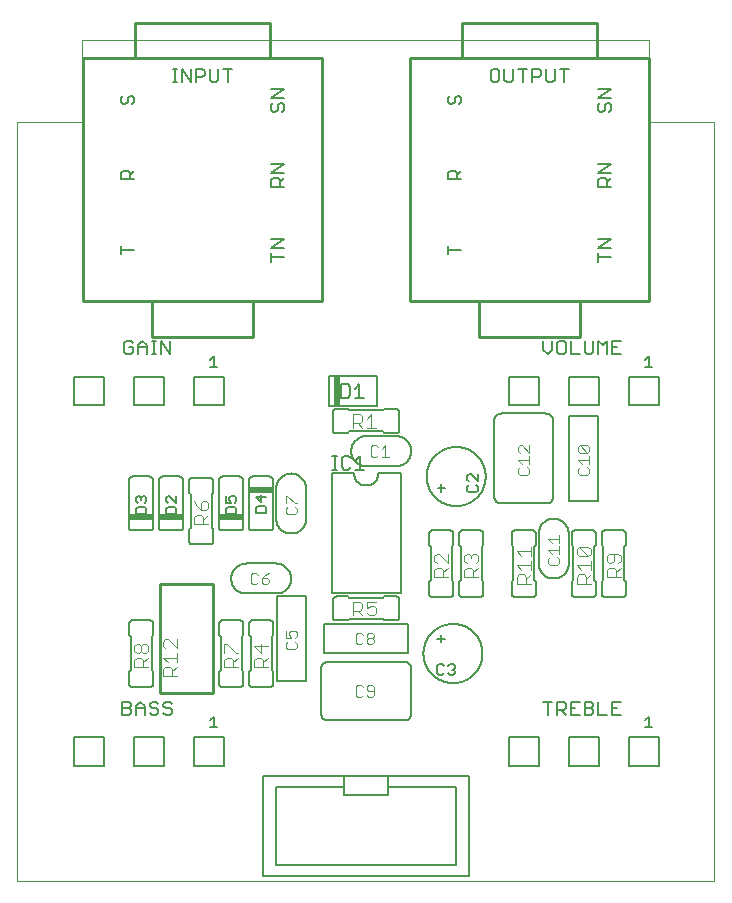
<source format=gto>
G75*
%MOIN*%
%OFA0B0*%
%FSLAX25Y25*%
%IPPOS*%
%LPD*%
%AMOC8*
5,1,8,0,0,1.08239X$1,22.5*
%
%ADD10C,0.00500*%
%ADD11C,0.00600*%
%ADD12C,0.00300*%
%ADD13R,0.02000X0.10000*%
%ADD14R,0.08000X0.02000*%
%ADD15C,0.01000*%
%ADD16C,0.00400*%
%ADD17C,0.00800*%
%ADD18C,0.00000*%
D10*
X0023750Y0044163D02*
X0033750Y0044163D01*
X0033750Y0053663D01*
X0023750Y0053663D01*
X0023750Y0044163D01*
X0043750Y0044163D02*
X0053750Y0044163D01*
X0053750Y0053663D01*
X0043750Y0053663D01*
X0043750Y0044163D01*
X0063750Y0044163D02*
X0073750Y0044163D01*
X0073750Y0053663D01*
X0063750Y0053663D01*
X0063750Y0044163D01*
X0069244Y0056950D02*
X0071579Y0056950D01*
X0070412Y0056950D02*
X0070412Y0060453D01*
X0069244Y0059286D01*
X0074497Y0128067D02*
X0074497Y0129818D01*
X0075081Y0130402D01*
X0077416Y0130402D01*
X0078000Y0129818D01*
X0078000Y0128067D01*
X0074497Y0128067D01*
X0074497Y0131750D02*
X0076249Y0131750D01*
X0075665Y0132918D01*
X0075665Y0133501D01*
X0076249Y0134085D01*
X0077416Y0134085D01*
X0078000Y0133501D01*
X0078000Y0132334D01*
X0077416Y0131750D01*
X0074497Y0131750D02*
X0074497Y0134085D01*
X0084497Y0133701D02*
X0086249Y0131950D01*
X0086249Y0134285D01*
X0088000Y0133701D02*
X0084497Y0133701D01*
X0085081Y0130602D02*
X0084497Y0130018D01*
X0084497Y0128267D01*
X0088000Y0128267D01*
X0088000Y0130018D01*
X0087416Y0130602D01*
X0085081Y0130602D01*
X0110000Y0142850D02*
X0111501Y0142850D01*
X0110751Y0142850D02*
X0110751Y0147354D01*
X0111501Y0147354D02*
X0110000Y0147354D01*
X0113069Y0146603D02*
X0113069Y0143601D01*
X0113820Y0142850D01*
X0115321Y0142850D01*
X0116072Y0143601D01*
X0117673Y0142850D02*
X0120676Y0142850D01*
X0119174Y0142850D02*
X0119174Y0147354D01*
X0117673Y0145853D01*
X0116072Y0146603D02*
X0115321Y0147354D01*
X0113820Y0147354D01*
X0113069Y0146603D01*
X0154877Y0140756D02*
X0154877Y0139589D01*
X0155461Y0139005D01*
X0155461Y0137657D02*
X0154877Y0137073D01*
X0154877Y0135906D01*
X0155461Y0135322D01*
X0157796Y0135322D01*
X0158380Y0135906D01*
X0158380Y0137073D01*
X0157796Y0137657D01*
X0158380Y0139005D02*
X0156045Y0141340D01*
X0155461Y0141340D01*
X0154877Y0140756D01*
X0158380Y0141340D02*
X0158380Y0139005D01*
X0168750Y0164413D02*
X0178750Y0164413D01*
X0178750Y0173913D01*
X0168750Y0173913D01*
X0168750Y0164413D01*
X0188750Y0164413D02*
X0198750Y0164413D01*
X0198750Y0173913D01*
X0188750Y0173913D01*
X0188750Y0164413D01*
X0208750Y0164413D02*
X0218750Y0164413D01*
X0218750Y0173913D01*
X0208750Y0173913D01*
X0208750Y0164413D01*
X0214244Y0177200D02*
X0216579Y0177200D01*
X0215412Y0177200D02*
X0215412Y0180703D01*
X0214244Y0179536D01*
X0150334Y0077973D02*
X0150918Y0077389D01*
X0150918Y0076805D01*
X0150334Y0076221D01*
X0150918Y0075638D01*
X0150918Y0075054D01*
X0150334Y0074470D01*
X0149166Y0074470D01*
X0148582Y0075054D01*
X0147235Y0075054D02*
X0146651Y0074470D01*
X0145483Y0074470D01*
X0144899Y0075054D01*
X0144899Y0077389D01*
X0145483Y0077973D01*
X0146651Y0077973D01*
X0147235Y0077389D01*
X0148582Y0077389D02*
X0149166Y0077973D01*
X0150334Y0077973D01*
X0150334Y0076221D02*
X0149750Y0076221D01*
X0168750Y0053663D02*
X0168750Y0044163D01*
X0178750Y0044163D01*
X0178750Y0053663D01*
X0168750Y0053663D01*
X0188750Y0053663D02*
X0188750Y0044163D01*
X0198750Y0044163D01*
X0198750Y0053663D01*
X0188750Y0053663D01*
X0208750Y0053663D02*
X0208750Y0044163D01*
X0218750Y0044163D01*
X0218750Y0053663D01*
X0208750Y0053663D01*
X0214244Y0056950D02*
X0216579Y0056950D01*
X0215412Y0056950D02*
X0215412Y0060453D01*
X0214244Y0059286D01*
X0073750Y0164413D02*
X0073750Y0173913D01*
X0063750Y0173913D01*
X0063750Y0164413D01*
X0073750Y0164413D01*
X0071579Y0177200D02*
X0069244Y0177200D01*
X0070412Y0177200D02*
X0070412Y0180703D01*
X0069244Y0179536D01*
X0053750Y0173913D02*
X0053750Y0164413D01*
X0043750Y0164413D01*
X0043750Y0173913D01*
X0053750Y0173913D01*
X0033750Y0173913D02*
X0033750Y0164413D01*
X0023750Y0164413D01*
X0023750Y0173913D01*
X0033750Y0173913D01*
X0045081Y0134085D02*
X0045665Y0134085D01*
X0046249Y0133501D01*
X0046832Y0134085D01*
X0047416Y0134085D01*
X0048000Y0133501D01*
X0048000Y0132334D01*
X0047416Y0131750D01*
X0047416Y0130402D02*
X0045081Y0130402D01*
X0044497Y0129818D01*
X0044497Y0128067D01*
X0048000Y0128067D01*
X0048000Y0129818D01*
X0047416Y0130402D01*
X0045081Y0131750D02*
X0044497Y0132334D01*
X0044497Y0133501D01*
X0045081Y0134085D01*
X0046249Y0133501D02*
X0046249Y0132918D01*
X0054497Y0133501D02*
X0054497Y0132334D01*
X0055081Y0131750D01*
X0055081Y0130402D02*
X0054497Y0129818D01*
X0054497Y0128067D01*
X0058000Y0128067D01*
X0058000Y0129818D01*
X0057416Y0130402D01*
X0055081Y0130402D01*
X0054497Y0133501D02*
X0055081Y0134085D01*
X0055665Y0134085D01*
X0058000Y0131750D01*
X0058000Y0134085D01*
D11*
X0062250Y0135163D02*
X0062250Y0139163D01*
X0062252Y0139223D01*
X0062257Y0139284D01*
X0062266Y0139343D01*
X0062279Y0139402D01*
X0062295Y0139461D01*
X0062315Y0139518D01*
X0062338Y0139573D01*
X0062365Y0139628D01*
X0062394Y0139680D01*
X0062427Y0139731D01*
X0062463Y0139780D01*
X0062501Y0139826D01*
X0062543Y0139870D01*
X0062587Y0139912D01*
X0062633Y0139950D01*
X0062682Y0139986D01*
X0062733Y0140019D01*
X0062785Y0140048D01*
X0062840Y0140075D01*
X0062895Y0140098D01*
X0062952Y0140118D01*
X0063011Y0140134D01*
X0063070Y0140147D01*
X0063129Y0140156D01*
X0063190Y0140161D01*
X0063250Y0140163D01*
X0069250Y0140163D01*
X0069310Y0140161D01*
X0069371Y0140156D01*
X0069430Y0140147D01*
X0069489Y0140134D01*
X0069548Y0140118D01*
X0069605Y0140098D01*
X0069660Y0140075D01*
X0069715Y0140048D01*
X0069767Y0140019D01*
X0069818Y0139986D01*
X0069867Y0139950D01*
X0069913Y0139912D01*
X0069957Y0139870D01*
X0069999Y0139826D01*
X0070037Y0139780D01*
X0070073Y0139731D01*
X0070106Y0139680D01*
X0070135Y0139628D01*
X0070162Y0139573D01*
X0070185Y0139518D01*
X0070205Y0139461D01*
X0070221Y0139402D01*
X0070234Y0139343D01*
X0070243Y0139284D01*
X0070248Y0139223D01*
X0070250Y0139163D01*
X0070250Y0135163D01*
X0069750Y0134663D01*
X0069750Y0123537D01*
X0070250Y0123037D01*
X0070250Y0119037D01*
X0070248Y0118977D01*
X0070243Y0118916D01*
X0070234Y0118857D01*
X0070221Y0118798D01*
X0070205Y0118739D01*
X0070185Y0118682D01*
X0070162Y0118627D01*
X0070135Y0118572D01*
X0070106Y0118520D01*
X0070073Y0118469D01*
X0070037Y0118420D01*
X0069999Y0118374D01*
X0069957Y0118330D01*
X0069913Y0118288D01*
X0069867Y0118250D01*
X0069818Y0118214D01*
X0069767Y0118181D01*
X0069715Y0118152D01*
X0069660Y0118125D01*
X0069605Y0118102D01*
X0069548Y0118082D01*
X0069489Y0118066D01*
X0069430Y0118053D01*
X0069371Y0118044D01*
X0069310Y0118039D01*
X0069250Y0118037D01*
X0063250Y0118037D01*
X0063190Y0118039D01*
X0063129Y0118044D01*
X0063070Y0118053D01*
X0063011Y0118066D01*
X0062952Y0118082D01*
X0062895Y0118102D01*
X0062840Y0118125D01*
X0062785Y0118152D01*
X0062733Y0118181D01*
X0062682Y0118214D01*
X0062633Y0118250D01*
X0062587Y0118288D01*
X0062543Y0118330D01*
X0062501Y0118374D01*
X0062463Y0118420D01*
X0062427Y0118469D01*
X0062394Y0118520D01*
X0062365Y0118572D01*
X0062338Y0118627D01*
X0062315Y0118682D01*
X0062295Y0118739D01*
X0062279Y0118798D01*
X0062266Y0118857D01*
X0062257Y0118916D01*
X0062252Y0118977D01*
X0062250Y0119037D01*
X0062250Y0123037D01*
X0062750Y0123537D01*
X0062750Y0134663D01*
X0062250Y0135163D01*
X0060250Y0139600D02*
X0060250Y0123600D01*
X0060248Y0123540D01*
X0060243Y0123479D01*
X0060234Y0123420D01*
X0060221Y0123361D01*
X0060205Y0123302D01*
X0060185Y0123245D01*
X0060162Y0123190D01*
X0060135Y0123135D01*
X0060106Y0123083D01*
X0060073Y0123032D01*
X0060037Y0122983D01*
X0059999Y0122937D01*
X0059957Y0122893D01*
X0059913Y0122851D01*
X0059867Y0122813D01*
X0059818Y0122777D01*
X0059767Y0122744D01*
X0059715Y0122715D01*
X0059660Y0122688D01*
X0059605Y0122665D01*
X0059548Y0122645D01*
X0059489Y0122629D01*
X0059430Y0122616D01*
X0059371Y0122607D01*
X0059310Y0122602D01*
X0059250Y0122600D01*
X0053250Y0122600D01*
X0053190Y0122602D01*
X0053129Y0122607D01*
X0053070Y0122616D01*
X0053011Y0122629D01*
X0052952Y0122645D01*
X0052895Y0122665D01*
X0052840Y0122688D01*
X0052785Y0122715D01*
X0052733Y0122744D01*
X0052682Y0122777D01*
X0052633Y0122813D01*
X0052587Y0122851D01*
X0052543Y0122893D01*
X0052501Y0122937D01*
X0052463Y0122983D01*
X0052427Y0123032D01*
X0052394Y0123083D01*
X0052365Y0123135D01*
X0052338Y0123190D01*
X0052315Y0123245D01*
X0052295Y0123302D01*
X0052279Y0123361D01*
X0052266Y0123420D01*
X0052257Y0123479D01*
X0052252Y0123540D01*
X0052250Y0123600D01*
X0052250Y0139600D01*
X0052252Y0139660D01*
X0052257Y0139721D01*
X0052266Y0139780D01*
X0052279Y0139839D01*
X0052295Y0139898D01*
X0052315Y0139955D01*
X0052338Y0140010D01*
X0052365Y0140065D01*
X0052394Y0140117D01*
X0052427Y0140168D01*
X0052463Y0140217D01*
X0052501Y0140263D01*
X0052543Y0140307D01*
X0052587Y0140349D01*
X0052633Y0140387D01*
X0052682Y0140423D01*
X0052733Y0140456D01*
X0052785Y0140485D01*
X0052840Y0140512D01*
X0052895Y0140535D01*
X0052952Y0140555D01*
X0053011Y0140571D01*
X0053070Y0140584D01*
X0053129Y0140593D01*
X0053190Y0140598D01*
X0053250Y0140600D01*
X0059250Y0140600D01*
X0059310Y0140598D01*
X0059371Y0140593D01*
X0059430Y0140584D01*
X0059489Y0140571D01*
X0059548Y0140555D01*
X0059605Y0140535D01*
X0059660Y0140512D01*
X0059715Y0140485D01*
X0059767Y0140456D01*
X0059818Y0140423D01*
X0059867Y0140387D01*
X0059913Y0140349D01*
X0059957Y0140307D01*
X0059999Y0140263D01*
X0060037Y0140217D01*
X0060073Y0140168D01*
X0060106Y0140117D01*
X0060135Y0140065D01*
X0060162Y0140010D01*
X0060185Y0139955D01*
X0060205Y0139898D01*
X0060221Y0139839D01*
X0060234Y0139780D01*
X0060243Y0139721D01*
X0060248Y0139660D01*
X0060250Y0139600D01*
X0050250Y0139600D02*
X0050250Y0123600D01*
X0050248Y0123540D01*
X0050243Y0123479D01*
X0050234Y0123420D01*
X0050221Y0123361D01*
X0050205Y0123302D01*
X0050185Y0123245D01*
X0050162Y0123190D01*
X0050135Y0123135D01*
X0050106Y0123083D01*
X0050073Y0123032D01*
X0050037Y0122983D01*
X0049999Y0122937D01*
X0049957Y0122893D01*
X0049913Y0122851D01*
X0049867Y0122813D01*
X0049818Y0122777D01*
X0049767Y0122744D01*
X0049715Y0122715D01*
X0049660Y0122688D01*
X0049605Y0122665D01*
X0049548Y0122645D01*
X0049489Y0122629D01*
X0049430Y0122616D01*
X0049371Y0122607D01*
X0049310Y0122602D01*
X0049250Y0122600D01*
X0043250Y0122600D01*
X0043190Y0122602D01*
X0043129Y0122607D01*
X0043070Y0122616D01*
X0043011Y0122629D01*
X0042952Y0122645D01*
X0042895Y0122665D01*
X0042840Y0122688D01*
X0042785Y0122715D01*
X0042733Y0122744D01*
X0042682Y0122777D01*
X0042633Y0122813D01*
X0042587Y0122851D01*
X0042543Y0122893D01*
X0042501Y0122937D01*
X0042463Y0122983D01*
X0042427Y0123032D01*
X0042394Y0123083D01*
X0042365Y0123135D01*
X0042338Y0123190D01*
X0042315Y0123245D01*
X0042295Y0123302D01*
X0042279Y0123361D01*
X0042266Y0123420D01*
X0042257Y0123479D01*
X0042252Y0123540D01*
X0042250Y0123600D01*
X0042250Y0139600D01*
X0042252Y0139660D01*
X0042257Y0139721D01*
X0042266Y0139780D01*
X0042279Y0139839D01*
X0042295Y0139898D01*
X0042315Y0139955D01*
X0042338Y0140010D01*
X0042365Y0140065D01*
X0042394Y0140117D01*
X0042427Y0140168D01*
X0042463Y0140217D01*
X0042501Y0140263D01*
X0042543Y0140307D01*
X0042587Y0140349D01*
X0042633Y0140387D01*
X0042682Y0140423D01*
X0042733Y0140456D01*
X0042785Y0140485D01*
X0042840Y0140512D01*
X0042895Y0140535D01*
X0042952Y0140555D01*
X0043011Y0140571D01*
X0043070Y0140584D01*
X0043129Y0140593D01*
X0043190Y0140598D01*
X0043250Y0140600D01*
X0049250Y0140600D01*
X0049310Y0140598D01*
X0049371Y0140593D01*
X0049430Y0140584D01*
X0049489Y0140571D01*
X0049548Y0140555D01*
X0049605Y0140535D01*
X0049660Y0140512D01*
X0049715Y0140485D01*
X0049767Y0140456D01*
X0049818Y0140423D01*
X0049867Y0140387D01*
X0049913Y0140349D01*
X0049957Y0140307D01*
X0049999Y0140263D01*
X0050037Y0140217D01*
X0050073Y0140168D01*
X0050106Y0140117D01*
X0050135Y0140065D01*
X0050162Y0140010D01*
X0050185Y0139955D01*
X0050205Y0139898D01*
X0050221Y0139839D01*
X0050234Y0139780D01*
X0050243Y0139721D01*
X0050248Y0139660D01*
X0050250Y0139600D01*
X0072250Y0139600D02*
X0072250Y0123600D01*
X0072252Y0123540D01*
X0072257Y0123479D01*
X0072266Y0123420D01*
X0072279Y0123361D01*
X0072295Y0123302D01*
X0072315Y0123245D01*
X0072338Y0123190D01*
X0072365Y0123135D01*
X0072394Y0123083D01*
X0072427Y0123032D01*
X0072463Y0122983D01*
X0072501Y0122937D01*
X0072543Y0122893D01*
X0072587Y0122851D01*
X0072633Y0122813D01*
X0072682Y0122777D01*
X0072733Y0122744D01*
X0072785Y0122715D01*
X0072840Y0122688D01*
X0072895Y0122665D01*
X0072952Y0122645D01*
X0073011Y0122629D01*
X0073070Y0122616D01*
X0073129Y0122607D01*
X0073190Y0122602D01*
X0073250Y0122600D01*
X0079250Y0122600D01*
X0079310Y0122602D01*
X0079371Y0122607D01*
X0079430Y0122616D01*
X0079489Y0122629D01*
X0079548Y0122645D01*
X0079605Y0122665D01*
X0079660Y0122688D01*
X0079715Y0122715D01*
X0079767Y0122744D01*
X0079818Y0122777D01*
X0079867Y0122813D01*
X0079913Y0122851D01*
X0079957Y0122893D01*
X0079999Y0122937D01*
X0080037Y0122983D01*
X0080073Y0123032D01*
X0080106Y0123083D01*
X0080135Y0123135D01*
X0080162Y0123190D01*
X0080185Y0123245D01*
X0080205Y0123302D01*
X0080221Y0123361D01*
X0080234Y0123420D01*
X0080243Y0123479D01*
X0080248Y0123540D01*
X0080250Y0123600D01*
X0080250Y0139600D01*
X0080248Y0139660D01*
X0080243Y0139721D01*
X0080234Y0139780D01*
X0080221Y0139839D01*
X0080205Y0139898D01*
X0080185Y0139955D01*
X0080162Y0140010D01*
X0080135Y0140065D01*
X0080106Y0140117D01*
X0080073Y0140168D01*
X0080037Y0140217D01*
X0079999Y0140263D01*
X0079957Y0140307D01*
X0079913Y0140349D01*
X0079867Y0140387D01*
X0079818Y0140423D01*
X0079767Y0140456D01*
X0079715Y0140485D01*
X0079660Y0140512D01*
X0079605Y0140535D01*
X0079548Y0140555D01*
X0079489Y0140571D01*
X0079430Y0140584D01*
X0079371Y0140593D01*
X0079310Y0140598D01*
X0079250Y0140600D01*
X0073250Y0140600D01*
X0073190Y0140598D01*
X0073129Y0140593D01*
X0073070Y0140584D01*
X0073011Y0140571D01*
X0072952Y0140555D01*
X0072895Y0140535D01*
X0072840Y0140512D01*
X0072785Y0140485D01*
X0072733Y0140456D01*
X0072682Y0140423D01*
X0072633Y0140387D01*
X0072587Y0140349D01*
X0072543Y0140307D01*
X0072501Y0140263D01*
X0072463Y0140217D01*
X0072427Y0140168D01*
X0072394Y0140117D01*
X0072365Y0140065D01*
X0072338Y0140010D01*
X0072315Y0139955D01*
X0072295Y0139898D01*
X0072279Y0139839D01*
X0072266Y0139780D01*
X0072257Y0139721D01*
X0072252Y0139660D01*
X0072250Y0139600D01*
X0082250Y0139600D02*
X0082250Y0123600D01*
X0082252Y0123540D01*
X0082257Y0123479D01*
X0082266Y0123420D01*
X0082279Y0123361D01*
X0082295Y0123302D01*
X0082315Y0123245D01*
X0082338Y0123190D01*
X0082365Y0123135D01*
X0082394Y0123083D01*
X0082427Y0123032D01*
X0082463Y0122983D01*
X0082501Y0122937D01*
X0082543Y0122893D01*
X0082587Y0122851D01*
X0082633Y0122813D01*
X0082682Y0122777D01*
X0082733Y0122744D01*
X0082785Y0122715D01*
X0082840Y0122688D01*
X0082895Y0122665D01*
X0082952Y0122645D01*
X0083011Y0122629D01*
X0083070Y0122616D01*
X0083129Y0122607D01*
X0083190Y0122602D01*
X0083250Y0122600D01*
X0089250Y0122600D01*
X0089310Y0122602D01*
X0089371Y0122607D01*
X0089430Y0122616D01*
X0089489Y0122629D01*
X0089548Y0122645D01*
X0089605Y0122665D01*
X0089660Y0122688D01*
X0089715Y0122715D01*
X0089767Y0122744D01*
X0089818Y0122777D01*
X0089867Y0122813D01*
X0089913Y0122851D01*
X0089957Y0122893D01*
X0089999Y0122937D01*
X0090037Y0122983D01*
X0090073Y0123032D01*
X0090106Y0123083D01*
X0090135Y0123135D01*
X0090162Y0123190D01*
X0090185Y0123245D01*
X0090205Y0123302D01*
X0090221Y0123361D01*
X0090234Y0123420D01*
X0090243Y0123479D01*
X0090248Y0123540D01*
X0090250Y0123600D01*
X0090250Y0139600D01*
X0090248Y0139660D01*
X0090243Y0139721D01*
X0090234Y0139780D01*
X0090221Y0139839D01*
X0090205Y0139898D01*
X0090185Y0139955D01*
X0090162Y0140010D01*
X0090135Y0140065D01*
X0090106Y0140117D01*
X0090073Y0140168D01*
X0090037Y0140217D01*
X0089999Y0140263D01*
X0089957Y0140307D01*
X0089913Y0140349D01*
X0089867Y0140387D01*
X0089818Y0140423D01*
X0089767Y0140456D01*
X0089715Y0140485D01*
X0089660Y0140512D01*
X0089605Y0140535D01*
X0089548Y0140555D01*
X0089489Y0140571D01*
X0089430Y0140584D01*
X0089371Y0140593D01*
X0089310Y0140598D01*
X0089250Y0140600D01*
X0083250Y0140600D01*
X0083190Y0140598D01*
X0083129Y0140593D01*
X0083070Y0140584D01*
X0083011Y0140571D01*
X0082952Y0140555D01*
X0082895Y0140535D01*
X0082840Y0140512D01*
X0082785Y0140485D01*
X0082733Y0140456D01*
X0082682Y0140423D01*
X0082633Y0140387D01*
X0082587Y0140349D01*
X0082543Y0140307D01*
X0082501Y0140263D01*
X0082463Y0140217D01*
X0082427Y0140168D01*
X0082394Y0140117D01*
X0082365Y0140065D01*
X0082338Y0140010D01*
X0082315Y0139955D01*
X0082295Y0139898D01*
X0082279Y0139839D01*
X0082266Y0139780D01*
X0082257Y0139721D01*
X0082252Y0139660D01*
X0082250Y0139600D01*
X0091250Y0136600D02*
X0091250Y0129100D01*
X0091250Y0126600D01*
X0096250Y0121600D02*
X0096390Y0121602D01*
X0096530Y0121608D01*
X0096670Y0121618D01*
X0096810Y0121631D01*
X0096949Y0121649D01*
X0097088Y0121671D01*
X0097225Y0121696D01*
X0097363Y0121725D01*
X0097499Y0121758D01*
X0097634Y0121795D01*
X0097768Y0121836D01*
X0097901Y0121881D01*
X0098033Y0121929D01*
X0098163Y0121981D01*
X0098292Y0122036D01*
X0098419Y0122095D01*
X0098545Y0122158D01*
X0098669Y0122224D01*
X0098790Y0122293D01*
X0098910Y0122366D01*
X0099028Y0122443D01*
X0099143Y0122522D01*
X0099257Y0122605D01*
X0099367Y0122691D01*
X0099476Y0122780D01*
X0099582Y0122872D01*
X0099685Y0122967D01*
X0099786Y0123064D01*
X0099883Y0123165D01*
X0099978Y0123268D01*
X0100070Y0123374D01*
X0100159Y0123483D01*
X0100245Y0123593D01*
X0100328Y0123707D01*
X0100407Y0123822D01*
X0100484Y0123940D01*
X0100557Y0124060D01*
X0100626Y0124181D01*
X0100692Y0124305D01*
X0100755Y0124431D01*
X0100814Y0124558D01*
X0100869Y0124687D01*
X0100921Y0124817D01*
X0100969Y0124949D01*
X0101014Y0125082D01*
X0101055Y0125216D01*
X0101092Y0125351D01*
X0101125Y0125487D01*
X0101154Y0125625D01*
X0101179Y0125762D01*
X0101201Y0125901D01*
X0101219Y0126040D01*
X0101232Y0126180D01*
X0101242Y0126320D01*
X0101248Y0126460D01*
X0101250Y0126600D01*
X0101250Y0136600D01*
X0096250Y0141600D02*
X0096110Y0141598D01*
X0095970Y0141592D01*
X0095830Y0141582D01*
X0095690Y0141569D01*
X0095551Y0141551D01*
X0095412Y0141529D01*
X0095275Y0141504D01*
X0095137Y0141475D01*
X0095001Y0141442D01*
X0094866Y0141405D01*
X0094732Y0141364D01*
X0094599Y0141319D01*
X0094467Y0141271D01*
X0094337Y0141219D01*
X0094208Y0141164D01*
X0094081Y0141105D01*
X0093955Y0141042D01*
X0093831Y0140976D01*
X0093710Y0140907D01*
X0093590Y0140834D01*
X0093472Y0140757D01*
X0093357Y0140678D01*
X0093243Y0140595D01*
X0093133Y0140509D01*
X0093024Y0140420D01*
X0092918Y0140328D01*
X0092815Y0140233D01*
X0092714Y0140136D01*
X0092617Y0140035D01*
X0092522Y0139932D01*
X0092430Y0139826D01*
X0092341Y0139717D01*
X0092255Y0139607D01*
X0092172Y0139493D01*
X0092093Y0139378D01*
X0092016Y0139260D01*
X0091943Y0139140D01*
X0091874Y0139019D01*
X0091808Y0138895D01*
X0091745Y0138769D01*
X0091686Y0138642D01*
X0091631Y0138513D01*
X0091579Y0138383D01*
X0091531Y0138251D01*
X0091486Y0138118D01*
X0091445Y0137984D01*
X0091408Y0137849D01*
X0091375Y0137713D01*
X0091346Y0137575D01*
X0091321Y0137438D01*
X0091299Y0137299D01*
X0091281Y0137160D01*
X0091268Y0137020D01*
X0091258Y0136880D01*
X0091252Y0136740D01*
X0091250Y0136600D01*
X0096250Y0141600D02*
X0096390Y0141598D01*
X0096530Y0141592D01*
X0096670Y0141582D01*
X0096810Y0141569D01*
X0096949Y0141551D01*
X0097088Y0141529D01*
X0097225Y0141504D01*
X0097363Y0141475D01*
X0097499Y0141442D01*
X0097634Y0141405D01*
X0097768Y0141364D01*
X0097901Y0141319D01*
X0098033Y0141271D01*
X0098163Y0141219D01*
X0098292Y0141164D01*
X0098419Y0141105D01*
X0098545Y0141042D01*
X0098669Y0140976D01*
X0098790Y0140907D01*
X0098910Y0140834D01*
X0099028Y0140757D01*
X0099143Y0140678D01*
X0099257Y0140595D01*
X0099367Y0140509D01*
X0099476Y0140420D01*
X0099582Y0140328D01*
X0099685Y0140233D01*
X0099786Y0140136D01*
X0099883Y0140035D01*
X0099978Y0139932D01*
X0100070Y0139826D01*
X0100159Y0139717D01*
X0100245Y0139607D01*
X0100328Y0139493D01*
X0100407Y0139378D01*
X0100484Y0139260D01*
X0100557Y0139140D01*
X0100626Y0139019D01*
X0100692Y0138895D01*
X0100755Y0138769D01*
X0100814Y0138642D01*
X0100869Y0138513D01*
X0100921Y0138383D01*
X0100969Y0138251D01*
X0101014Y0138118D01*
X0101055Y0137984D01*
X0101092Y0137849D01*
X0101125Y0137713D01*
X0101154Y0137575D01*
X0101179Y0137438D01*
X0101201Y0137299D01*
X0101219Y0137160D01*
X0101232Y0137020D01*
X0101242Y0136880D01*
X0101248Y0136740D01*
X0101250Y0136600D01*
X0109750Y0141600D02*
X0117250Y0141600D01*
X0117252Y0141474D01*
X0117258Y0141349D01*
X0117268Y0141224D01*
X0117282Y0141099D01*
X0117299Y0140974D01*
X0117321Y0140850D01*
X0117346Y0140727D01*
X0117376Y0140605D01*
X0117409Y0140484D01*
X0117446Y0140364D01*
X0117486Y0140245D01*
X0117531Y0140128D01*
X0117579Y0140011D01*
X0117631Y0139897D01*
X0117686Y0139784D01*
X0117745Y0139673D01*
X0117807Y0139564D01*
X0117873Y0139457D01*
X0117942Y0139352D01*
X0118014Y0139249D01*
X0118089Y0139148D01*
X0118168Y0139050D01*
X0118250Y0138955D01*
X0118334Y0138862D01*
X0118422Y0138772D01*
X0118512Y0138684D01*
X0118605Y0138600D01*
X0118700Y0138518D01*
X0118798Y0138439D01*
X0118899Y0138364D01*
X0119002Y0138292D01*
X0119107Y0138223D01*
X0119214Y0138157D01*
X0119323Y0138095D01*
X0119434Y0138036D01*
X0119547Y0137981D01*
X0119661Y0137929D01*
X0119778Y0137881D01*
X0119895Y0137836D01*
X0120014Y0137796D01*
X0120134Y0137759D01*
X0120255Y0137726D01*
X0120377Y0137696D01*
X0120500Y0137671D01*
X0120624Y0137649D01*
X0120749Y0137632D01*
X0120874Y0137618D01*
X0120999Y0137608D01*
X0121124Y0137602D01*
X0121250Y0137600D01*
X0121376Y0137602D01*
X0121501Y0137608D01*
X0121626Y0137618D01*
X0121751Y0137632D01*
X0121876Y0137649D01*
X0122000Y0137671D01*
X0122123Y0137696D01*
X0122245Y0137726D01*
X0122366Y0137759D01*
X0122486Y0137796D01*
X0122605Y0137836D01*
X0122722Y0137881D01*
X0122839Y0137929D01*
X0122953Y0137981D01*
X0123066Y0138036D01*
X0123177Y0138095D01*
X0123286Y0138157D01*
X0123393Y0138223D01*
X0123498Y0138292D01*
X0123601Y0138364D01*
X0123702Y0138439D01*
X0123800Y0138518D01*
X0123895Y0138600D01*
X0123988Y0138684D01*
X0124078Y0138772D01*
X0124166Y0138862D01*
X0124250Y0138955D01*
X0124332Y0139050D01*
X0124411Y0139148D01*
X0124486Y0139249D01*
X0124558Y0139352D01*
X0124627Y0139457D01*
X0124693Y0139564D01*
X0124755Y0139673D01*
X0124814Y0139784D01*
X0124869Y0139897D01*
X0124921Y0140011D01*
X0124969Y0140128D01*
X0125014Y0140245D01*
X0125054Y0140364D01*
X0125091Y0140484D01*
X0125124Y0140605D01*
X0125154Y0140727D01*
X0125179Y0140850D01*
X0125201Y0140974D01*
X0125218Y0141099D01*
X0125232Y0141224D01*
X0125242Y0141349D01*
X0125248Y0141474D01*
X0125250Y0141600D01*
X0132750Y0141600D01*
X0132750Y0101600D01*
X0109750Y0101600D01*
X0109750Y0141600D01*
X0111187Y0155100D02*
X0115187Y0155100D01*
X0115687Y0155600D01*
X0126813Y0155600D01*
X0127313Y0155100D01*
X0131313Y0155100D01*
X0131373Y0155102D01*
X0131434Y0155107D01*
X0131493Y0155116D01*
X0131552Y0155129D01*
X0131611Y0155145D01*
X0131668Y0155165D01*
X0131723Y0155188D01*
X0131778Y0155215D01*
X0131830Y0155244D01*
X0131881Y0155277D01*
X0131930Y0155313D01*
X0131976Y0155351D01*
X0132020Y0155393D01*
X0132062Y0155437D01*
X0132100Y0155483D01*
X0132136Y0155532D01*
X0132169Y0155583D01*
X0132198Y0155635D01*
X0132225Y0155690D01*
X0132248Y0155745D01*
X0132268Y0155802D01*
X0132284Y0155861D01*
X0132297Y0155920D01*
X0132306Y0155979D01*
X0132311Y0156040D01*
X0132313Y0156100D01*
X0132313Y0162100D01*
X0132311Y0162160D01*
X0132306Y0162221D01*
X0132297Y0162280D01*
X0132284Y0162339D01*
X0132268Y0162398D01*
X0132248Y0162455D01*
X0132225Y0162510D01*
X0132198Y0162565D01*
X0132169Y0162617D01*
X0132136Y0162668D01*
X0132100Y0162717D01*
X0132062Y0162763D01*
X0132020Y0162807D01*
X0131976Y0162849D01*
X0131930Y0162887D01*
X0131881Y0162923D01*
X0131830Y0162956D01*
X0131778Y0162985D01*
X0131723Y0163012D01*
X0131668Y0163035D01*
X0131611Y0163055D01*
X0131552Y0163071D01*
X0131493Y0163084D01*
X0131434Y0163093D01*
X0131373Y0163098D01*
X0131313Y0163100D01*
X0127313Y0163100D01*
X0126813Y0162600D01*
X0115687Y0162600D01*
X0115187Y0163100D01*
X0111187Y0163100D01*
X0111127Y0163098D01*
X0111066Y0163093D01*
X0111007Y0163084D01*
X0110948Y0163071D01*
X0110889Y0163055D01*
X0110832Y0163035D01*
X0110777Y0163012D01*
X0110722Y0162985D01*
X0110670Y0162956D01*
X0110619Y0162923D01*
X0110570Y0162887D01*
X0110524Y0162849D01*
X0110480Y0162807D01*
X0110438Y0162763D01*
X0110400Y0162717D01*
X0110364Y0162668D01*
X0110331Y0162617D01*
X0110302Y0162565D01*
X0110275Y0162510D01*
X0110252Y0162455D01*
X0110232Y0162398D01*
X0110216Y0162339D01*
X0110203Y0162280D01*
X0110194Y0162221D01*
X0110189Y0162160D01*
X0110187Y0162100D01*
X0110187Y0156100D01*
X0110189Y0156040D01*
X0110194Y0155979D01*
X0110203Y0155920D01*
X0110216Y0155861D01*
X0110232Y0155802D01*
X0110252Y0155745D01*
X0110275Y0155690D01*
X0110302Y0155635D01*
X0110331Y0155583D01*
X0110364Y0155532D01*
X0110400Y0155483D01*
X0110438Y0155437D01*
X0110480Y0155393D01*
X0110524Y0155351D01*
X0110570Y0155313D01*
X0110619Y0155277D01*
X0110670Y0155244D01*
X0110722Y0155215D01*
X0110777Y0155188D01*
X0110832Y0155165D01*
X0110889Y0155145D01*
X0110948Y0155129D01*
X0111007Y0155116D01*
X0111066Y0155107D01*
X0111127Y0155102D01*
X0111187Y0155100D01*
X0109000Y0164100D02*
X0109000Y0174100D01*
X0125000Y0174100D01*
X0125000Y0164100D01*
X0109000Y0164100D01*
X0112896Y0166900D02*
X0115098Y0166900D01*
X0115832Y0167634D01*
X0115832Y0170570D01*
X0115098Y0171304D01*
X0112896Y0171304D01*
X0112896Y0166900D01*
X0117500Y0166900D02*
X0120436Y0166900D01*
X0118968Y0166900D02*
X0118968Y0171304D01*
X0117500Y0169836D01*
X0121250Y0154100D02*
X0123750Y0154100D01*
X0131250Y0154100D01*
X0131390Y0154098D01*
X0131530Y0154092D01*
X0131670Y0154082D01*
X0131810Y0154069D01*
X0131949Y0154051D01*
X0132088Y0154029D01*
X0132225Y0154004D01*
X0132363Y0153975D01*
X0132499Y0153942D01*
X0132634Y0153905D01*
X0132768Y0153864D01*
X0132901Y0153819D01*
X0133033Y0153771D01*
X0133163Y0153719D01*
X0133292Y0153664D01*
X0133419Y0153605D01*
X0133545Y0153542D01*
X0133669Y0153476D01*
X0133790Y0153407D01*
X0133910Y0153334D01*
X0134028Y0153257D01*
X0134143Y0153178D01*
X0134257Y0153095D01*
X0134367Y0153009D01*
X0134476Y0152920D01*
X0134582Y0152828D01*
X0134685Y0152733D01*
X0134786Y0152636D01*
X0134883Y0152535D01*
X0134978Y0152432D01*
X0135070Y0152326D01*
X0135159Y0152217D01*
X0135245Y0152107D01*
X0135328Y0151993D01*
X0135407Y0151878D01*
X0135484Y0151760D01*
X0135557Y0151640D01*
X0135626Y0151519D01*
X0135692Y0151395D01*
X0135755Y0151269D01*
X0135814Y0151142D01*
X0135869Y0151013D01*
X0135921Y0150883D01*
X0135969Y0150751D01*
X0136014Y0150618D01*
X0136055Y0150484D01*
X0136092Y0150349D01*
X0136125Y0150213D01*
X0136154Y0150075D01*
X0136179Y0149938D01*
X0136201Y0149799D01*
X0136219Y0149660D01*
X0136232Y0149520D01*
X0136242Y0149380D01*
X0136248Y0149240D01*
X0136250Y0149100D01*
X0136248Y0148960D01*
X0136242Y0148820D01*
X0136232Y0148680D01*
X0136219Y0148540D01*
X0136201Y0148401D01*
X0136179Y0148262D01*
X0136154Y0148125D01*
X0136125Y0147987D01*
X0136092Y0147851D01*
X0136055Y0147716D01*
X0136014Y0147582D01*
X0135969Y0147449D01*
X0135921Y0147317D01*
X0135869Y0147187D01*
X0135814Y0147058D01*
X0135755Y0146931D01*
X0135692Y0146805D01*
X0135626Y0146681D01*
X0135557Y0146560D01*
X0135484Y0146440D01*
X0135407Y0146322D01*
X0135328Y0146207D01*
X0135245Y0146093D01*
X0135159Y0145983D01*
X0135070Y0145874D01*
X0134978Y0145768D01*
X0134883Y0145665D01*
X0134786Y0145564D01*
X0134685Y0145467D01*
X0134582Y0145372D01*
X0134476Y0145280D01*
X0134367Y0145191D01*
X0134257Y0145105D01*
X0134143Y0145022D01*
X0134028Y0144943D01*
X0133910Y0144866D01*
X0133790Y0144793D01*
X0133669Y0144724D01*
X0133545Y0144658D01*
X0133419Y0144595D01*
X0133292Y0144536D01*
X0133163Y0144481D01*
X0133033Y0144429D01*
X0132901Y0144381D01*
X0132768Y0144336D01*
X0132634Y0144295D01*
X0132499Y0144258D01*
X0132363Y0144225D01*
X0132225Y0144196D01*
X0132088Y0144171D01*
X0131949Y0144149D01*
X0131810Y0144131D01*
X0131670Y0144118D01*
X0131530Y0144108D01*
X0131390Y0144102D01*
X0131250Y0144100D01*
X0121250Y0144100D01*
X0121110Y0144102D01*
X0120970Y0144108D01*
X0120830Y0144118D01*
X0120690Y0144131D01*
X0120551Y0144149D01*
X0120412Y0144171D01*
X0120275Y0144196D01*
X0120137Y0144225D01*
X0120001Y0144258D01*
X0119866Y0144295D01*
X0119732Y0144336D01*
X0119599Y0144381D01*
X0119467Y0144429D01*
X0119337Y0144481D01*
X0119208Y0144536D01*
X0119081Y0144595D01*
X0118955Y0144658D01*
X0118831Y0144724D01*
X0118710Y0144793D01*
X0118590Y0144866D01*
X0118472Y0144943D01*
X0118357Y0145022D01*
X0118243Y0145105D01*
X0118133Y0145191D01*
X0118024Y0145280D01*
X0117918Y0145372D01*
X0117815Y0145467D01*
X0117714Y0145564D01*
X0117617Y0145665D01*
X0117522Y0145768D01*
X0117430Y0145874D01*
X0117341Y0145983D01*
X0117255Y0146093D01*
X0117172Y0146207D01*
X0117093Y0146322D01*
X0117016Y0146440D01*
X0116943Y0146560D01*
X0116874Y0146681D01*
X0116808Y0146805D01*
X0116745Y0146931D01*
X0116686Y0147058D01*
X0116631Y0147187D01*
X0116579Y0147317D01*
X0116531Y0147449D01*
X0116486Y0147582D01*
X0116445Y0147716D01*
X0116408Y0147851D01*
X0116375Y0147987D01*
X0116346Y0148125D01*
X0116321Y0148262D01*
X0116299Y0148401D01*
X0116281Y0148540D01*
X0116268Y0148680D01*
X0116258Y0148820D01*
X0116252Y0148960D01*
X0116250Y0149100D01*
X0116252Y0149240D01*
X0116258Y0149380D01*
X0116268Y0149520D01*
X0116281Y0149660D01*
X0116299Y0149799D01*
X0116321Y0149938D01*
X0116346Y0150075D01*
X0116375Y0150213D01*
X0116408Y0150349D01*
X0116445Y0150484D01*
X0116486Y0150618D01*
X0116531Y0150751D01*
X0116579Y0150883D01*
X0116631Y0151013D01*
X0116686Y0151142D01*
X0116745Y0151269D01*
X0116808Y0151395D01*
X0116874Y0151519D01*
X0116943Y0151640D01*
X0117016Y0151760D01*
X0117093Y0151878D01*
X0117172Y0151993D01*
X0117255Y0152107D01*
X0117341Y0152217D01*
X0117430Y0152326D01*
X0117522Y0152432D01*
X0117617Y0152535D01*
X0117714Y0152636D01*
X0117815Y0152733D01*
X0117918Y0152828D01*
X0118024Y0152920D01*
X0118133Y0153009D01*
X0118243Y0153095D01*
X0118357Y0153178D01*
X0118472Y0153257D01*
X0118590Y0153334D01*
X0118710Y0153407D01*
X0118831Y0153476D01*
X0118955Y0153542D01*
X0119081Y0153605D01*
X0119208Y0153664D01*
X0119337Y0153719D01*
X0119467Y0153771D01*
X0119599Y0153819D01*
X0119732Y0153864D01*
X0119866Y0153905D01*
X0120001Y0153942D01*
X0120137Y0153975D01*
X0120275Y0154004D01*
X0120412Y0154029D01*
X0120551Y0154051D01*
X0120690Y0154069D01*
X0120830Y0154082D01*
X0120970Y0154092D01*
X0121110Y0154098D01*
X0121250Y0154100D01*
X0145030Y0136727D02*
X0147530Y0136727D01*
X0146310Y0137943D02*
X0146310Y0135343D01*
X0141407Y0140600D02*
X0141410Y0140842D01*
X0141419Y0141083D01*
X0141434Y0141324D01*
X0141454Y0141565D01*
X0141481Y0141805D01*
X0141514Y0142044D01*
X0141552Y0142283D01*
X0141596Y0142520D01*
X0141646Y0142757D01*
X0141702Y0142992D01*
X0141764Y0143225D01*
X0141831Y0143457D01*
X0141904Y0143688D01*
X0141982Y0143916D01*
X0142067Y0144142D01*
X0142156Y0144367D01*
X0142251Y0144589D01*
X0142352Y0144808D01*
X0142458Y0145026D01*
X0142569Y0145240D01*
X0142686Y0145452D01*
X0142807Y0145660D01*
X0142934Y0145866D01*
X0143066Y0146068D01*
X0143203Y0146268D01*
X0143344Y0146463D01*
X0143490Y0146656D01*
X0143641Y0146844D01*
X0143797Y0147029D01*
X0143957Y0147210D01*
X0144121Y0147387D01*
X0144290Y0147560D01*
X0144463Y0147729D01*
X0144640Y0147893D01*
X0144821Y0148053D01*
X0145006Y0148209D01*
X0145194Y0148360D01*
X0145387Y0148506D01*
X0145582Y0148647D01*
X0145782Y0148784D01*
X0145984Y0148916D01*
X0146190Y0149043D01*
X0146398Y0149164D01*
X0146610Y0149281D01*
X0146824Y0149392D01*
X0147042Y0149498D01*
X0147261Y0149599D01*
X0147483Y0149694D01*
X0147708Y0149783D01*
X0147934Y0149868D01*
X0148162Y0149946D01*
X0148393Y0150019D01*
X0148625Y0150086D01*
X0148858Y0150148D01*
X0149093Y0150204D01*
X0149330Y0150254D01*
X0149567Y0150298D01*
X0149806Y0150336D01*
X0150045Y0150369D01*
X0150285Y0150396D01*
X0150526Y0150416D01*
X0150767Y0150431D01*
X0151008Y0150440D01*
X0151250Y0150443D01*
X0151492Y0150440D01*
X0151733Y0150431D01*
X0151974Y0150416D01*
X0152215Y0150396D01*
X0152455Y0150369D01*
X0152694Y0150336D01*
X0152933Y0150298D01*
X0153170Y0150254D01*
X0153407Y0150204D01*
X0153642Y0150148D01*
X0153875Y0150086D01*
X0154107Y0150019D01*
X0154338Y0149946D01*
X0154566Y0149868D01*
X0154792Y0149783D01*
X0155017Y0149694D01*
X0155239Y0149599D01*
X0155458Y0149498D01*
X0155676Y0149392D01*
X0155890Y0149281D01*
X0156102Y0149164D01*
X0156310Y0149043D01*
X0156516Y0148916D01*
X0156718Y0148784D01*
X0156918Y0148647D01*
X0157113Y0148506D01*
X0157306Y0148360D01*
X0157494Y0148209D01*
X0157679Y0148053D01*
X0157860Y0147893D01*
X0158037Y0147729D01*
X0158210Y0147560D01*
X0158379Y0147387D01*
X0158543Y0147210D01*
X0158703Y0147029D01*
X0158859Y0146844D01*
X0159010Y0146656D01*
X0159156Y0146463D01*
X0159297Y0146268D01*
X0159434Y0146068D01*
X0159566Y0145866D01*
X0159693Y0145660D01*
X0159814Y0145452D01*
X0159931Y0145240D01*
X0160042Y0145026D01*
X0160148Y0144808D01*
X0160249Y0144589D01*
X0160344Y0144367D01*
X0160433Y0144142D01*
X0160518Y0143916D01*
X0160596Y0143688D01*
X0160669Y0143457D01*
X0160736Y0143225D01*
X0160798Y0142992D01*
X0160854Y0142757D01*
X0160904Y0142520D01*
X0160948Y0142283D01*
X0160986Y0142044D01*
X0161019Y0141805D01*
X0161046Y0141565D01*
X0161066Y0141324D01*
X0161081Y0141083D01*
X0161090Y0140842D01*
X0161093Y0140600D01*
X0161090Y0140358D01*
X0161081Y0140117D01*
X0161066Y0139876D01*
X0161046Y0139635D01*
X0161019Y0139395D01*
X0160986Y0139156D01*
X0160948Y0138917D01*
X0160904Y0138680D01*
X0160854Y0138443D01*
X0160798Y0138208D01*
X0160736Y0137975D01*
X0160669Y0137743D01*
X0160596Y0137512D01*
X0160518Y0137284D01*
X0160433Y0137058D01*
X0160344Y0136833D01*
X0160249Y0136611D01*
X0160148Y0136392D01*
X0160042Y0136174D01*
X0159931Y0135960D01*
X0159814Y0135748D01*
X0159693Y0135540D01*
X0159566Y0135334D01*
X0159434Y0135132D01*
X0159297Y0134932D01*
X0159156Y0134737D01*
X0159010Y0134544D01*
X0158859Y0134356D01*
X0158703Y0134171D01*
X0158543Y0133990D01*
X0158379Y0133813D01*
X0158210Y0133640D01*
X0158037Y0133471D01*
X0157860Y0133307D01*
X0157679Y0133147D01*
X0157494Y0132991D01*
X0157306Y0132840D01*
X0157113Y0132694D01*
X0156918Y0132553D01*
X0156718Y0132416D01*
X0156516Y0132284D01*
X0156310Y0132157D01*
X0156102Y0132036D01*
X0155890Y0131919D01*
X0155676Y0131808D01*
X0155458Y0131702D01*
X0155239Y0131601D01*
X0155017Y0131506D01*
X0154792Y0131417D01*
X0154566Y0131332D01*
X0154338Y0131254D01*
X0154107Y0131181D01*
X0153875Y0131114D01*
X0153642Y0131052D01*
X0153407Y0130996D01*
X0153170Y0130946D01*
X0152933Y0130902D01*
X0152694Y0130864D01*
X0152455Y0130831D01*
X0152215Y0130804D01*
X0151974Y0130784D01*
X0151733Y0130769D01*
X0151492Y0130760D01*
X0151250Y0130757D01*
X0151008Y0130760D01*
X0150767Y0130769D01*
X0150526Y0130784D01*
X0150285Y0130804D01*
X0150045Y0130831D01*
X0149806Y0130864D01*
X0149567Y0130902D01*
X0149330Y0130946D01*
X0149093Y0130996D01*
X0148858Y0131052D01*
X0148625Y0131114D01*
X0148393Y0131181D01*
X0148162Y0131254D01*
X0147934Y0131332D01*
X0147708Y0131417D01*
X0147483Y0131506D01*
X0147261Y0131601D01*
X0147042Y0131702D01*
X0146824Y0131808D01*
X0146610Y0131919D01*
X0146398Y0132036D01*
X0146190Y0132157D01*
X0145984Y0132284D01*
X0145782Y0132416D01*
X0145582Y0132553D01*
X0145387Y0132694D01*
X0145194Y0132840D01*
X0145006Y0132991D01*
X0144821Y0133147D01*
X0144640Y0133307D01*
X0144463Y0133471D01*
X0144290Y0133640D01*
X0144121Y0133813D01*
X0143957Y0133990D01*
X0143797Y0134171D01*
X0143641Y0134356D01*
X0143490Y0134544D01*
X0143344Y0134737D01*
X0143203Y0134932D01*
X0143066Y0135132D01*
X0142934Y0135334D01*
X0142807Y0135540D01*
X0142686Y0135748D01*
X0142569Y0135960D01*
X0142458Y0136174D01*
X0142352Y0136392D01*
X0142251Y0136611D01*
X0142156Y0136833D01*
X0142067Y0137058D01*
X0141982Y0137284D01*
X0141904Y0137512D01*
X0141831Y0137743D01*
X0141764Y0137975D01*
X0141702Y0138208D01*
X0141646Y0138443D01*
X0141596Y0138680D01*
X0141552Y0138917D01*
X0141514Y0139156D01*
X0141481Y0139395D01*
X0141454Y0139635D01*
X0141434Y0139876D01*
X0141419Y0140117D01*
X0141410Y0140358D01*
X0141407Y0140600D01*
X0143250Y0122663D02*
X0149250Y0122663D01*
X0149310Y0122661D01*
X0149371Y0122656D01*
X0149430Y0122647D01*
X0149489Y0122634D01*
X0149548Y0122618D01*
X0149605Y0122598D01*
X0149660Y0122575D01*
X0149715Y0122548D01*
X0149767Y0122519D01*
X0149818Y0122486D01*
X0149867Y0122450D01*
X0149913Y0122412D01*
X0149957Y0122370D01*
X0149999Y0122326D01*
X0150037Y0122280D01*
X0150073Y0122231D01*
X0150106Y0122180D01*
X0150135Y0122128D01*
X0150162Y0122073D01*
X0150185Y0122018D01*
X0150205Y0121961D01*
X0150221Y0121902D01*
X0150234Y0121843D01*
X0150243Y0121784D01*
X0150248Y0121723D01*
X0150250Y0121663D01*
X0150250Y0117663D01*
X0149750Y0117163D01*
X0149750Y0106037D01*
X0150250Y0105537D01*
X0150250Y0101537D01*
X0150248Y0101477D01*
X0150243Y0101416D01*
X0150234Y0101357D01*
X0150221Y0101298D01*
X0150205Y0101239D01*
X0150185Y0101182D01*
X0150162Y0101127D01*
X0150135Y0101072D01*
X0150106Y0101020D01*
X0150073Y0100969D01*
X0150037Y0100920D01*
X0149999Y0100874D01*
X0149957Y0100830D01*
X0149913Y0100788D01*
X0149867Y0100750D01*
X0149818Y0100714D01*
X0149767Y0100681D01*
X0149715Y0100652D01*
X0149660Y0100625D01*
X0149605Y0100602D01*
X0149548Y0100582D01*
X0149489Y0100566D01*
X0149430Y0100553D01*
X0149371Y0100544D01*
X0149310Y0100539D01*
X0149250Y0100537D01*
X0143250Y0100537D01*
X0143190Y0100539D01*
X0143129Y0100544D01*
X0143070Y0100553D01*
X0143011Y0100566D01*
X0142952Y0100582D01*
X0142895Y0100602D01*
X0142840Y0100625D01*
X0142785Y0100652D01*
X0142733Y0100681D01*
X0142682Y0100714D01*
X0142633Y0100750D01*
X0142587Y0100788D01*
X0142543Y0100830D01*
X0142501Y0100874D01*
X0142463Y0100920D01*
X0142427Y0100969D01*
X0142394Y0101020D01*
X0142365Y0101072D01*
X0142338Y0101127D01*
X0142315Y0101182D01*
X0142295Y0101239D01*
X0142279Y0101298D01*
X0142266Y0101357D01*
X0142257Y0101416D01*
X0142252Y0101477D01*
X0142250Y0101537D01*
X0142250Y0105537D01*
X0142750Y0106037D01*
X0142750Y0117163D01*
X0142250Y0117663D01*
X0142250Y0121663D01*
X0142252Y0121723D01*
X0142257Y0121784D01*
X0142266Y0121843D01*
X0142279Y0121902D01*
X0142295Y0121961D01*
X0142315Y0122018D01*
X0142338Y0122073D01*
X0142365Y0122128D01*
X0142394Y0122180D01*
X0142427Y0122231D01*
X0142463Y0122280D01*
X0142501Y0122326D01*
X0142543Y0122370D01*
X0142587Y0122412D01*
X0142633Y0122450D01*
X0142682Y0122486D01*
X0142733Y0122519D01*
X0142785Y0122548D01*
X0142840Y0122575D01*
X0142895Y0122598D01*
X0142952Y0122618D01*
X0143011Y0122634D01*
X0143070Y0122647D01*
X0143129Y0122656D01*
X0143190Y0122661D01*
X0143250Y0122663D01*
X0152250Y0121663D02*
X0152250Y0117663D01*
X0152750Y0117163D01*
X0152750Y0106037D01*
X0152250Y0105537D01*
X0152250Y0101537D01*
X0152252Y0101477D01*
X0152257Y0101416D01*
X0152266Y0101357D01*
X0152279Y0101298D01*
X0152295Y0101239D01*
X0152315Y0101182D01*
X0152338Y0101127D01*
X0152365Y0101072D01*
X0152394Y0101020D01*
X0152427Y0100969D01*
X0152463Y0100920D01*
X0152501Y0100874D01*
X0152543Y0100830D01*
X0152587Y0100788D01*
X0152633Y0100750D01*
X0152682Y0100714D01*
X0152733Y0100681D01*
X0152785Y0100652D01*
X0152840Y0100625D01*
X0152895Y0100602D01*
X0152952Y0100582D01*
X0153011Y0100566D01*
X0153070Y0100553D01*
X0153129Y0100544D01*
X0153190Y0100539D01*
X0153250Y0100537D01*
X0159250Y0100537D01*
X0159310Y0100539D01*
X0159371Y0100544D01*
X0159430Y0100553D01*
X0159489Y0100566D01*
X0159548Y0100582D01*
X0159605Y0100602D01*
X0159660Y0100625D01*
X0159715Y0100652D01*
X0159767Y0100681D01*
X0159818Y0100714D01*
X0159867Y0100750D01*
X0159913Y0100788D01*
X0159957Y0100830D01*
X0159999Y0100874D01*
X0160037Y0100920D01*
X0160073Y0100969D01*
X0160106Y0101020D01*
X0160135Y0101072D01*
X0160162Y0101127D01*
X0160185Y0101182D01*
X0160205Y0101239D01*
X0160221Y0101298D01*
X0160234Y0101357D01*
X0160243Y0101416D01*
X0160248Y0101477D01*
X0160250Y0101537D01*
X0160250Y0105537D01*
X0159750Y0106037D01*
X0159750Y0117163D01*
X0160250Y0117663D01*
X0160250Y0121663D01*
X0160248Y0121723D01*
X0160243Y0121784D01*
X0160234Y0121843D01*
X0160221Y0121902D01*
X0160205Y0121961D01*
X0160185Y0122018D01*
X0160162Y0122073D01*
X0160135Y0122128D01*
X0160106Y0122180D01*
X0160073Y0122231D01*
X0160037Y0122280D01*
X0159999Y0122326D01*
X0159957Y0122370D01*
X0159913Y0122412D01*
X0159867Y0122450D01*
X0159818Y0122486D01*
X0159767Y0122519D01*
X0159715Y0122548D01*
X0159660Y0122575D01*
X0159605Y0122598D01*
X0159548Y0122618D01*
X0159489Y0122634D01*
X0159430Y0122647D01*
X0159371Y0122656D01*
X0159310Y0122661D01*
X0159250Y0122663D01*
X0153250Y0122663D01*
X0153190Y0122661D01*
X0153129Y0122656D01*
X0153070Y0122647D01*
X0153011Y0122634D01*
X0152952Y0122618D01*
X0152895Y0122598D01*
X0152840Y0122575D01*
X0152785Y0122548D01*
X0152733Y0122519D01*
X0152682Y0122486D01*
X0152633Y0122450D01*
X0152587Y0122412D01*
X0152543Y0122370D01*
X0152501Y0122326D01*
X0152463Y0122280D01*
X0152427Y0122231D01*
X0152394Y0122180D01*
X0152365Y0122128D01*
X0152338Y0122073D01*
X0152315Y0122018D01*
X0152295Y0121961D01*
X0152279Y0121902D01*
X0152266Y0121843D01*
X0152257Y0121784D01*
X0152252Y0121723D01*
X0152250Y0121663D01*
X0163947Y0133903D02*
X0163947Y0137494D01*
X0163947Y0158206D01*
X0163947Y0159297D01*
X0163949Y0159392D01*
X0163955Y0159487D01*
X0163965Y0159582D01*
X0163978Y0159676D01*
X0163996Y0159770D01*
X0164017Y0159862D01*
X0164043Y0159954D01*
X0164072Y0160045D01*
X0164105Y0160134D01*
X0164141Y0160222D01*
X0164181Y0160308D01*
X0164225Y0160393D01*
X0164272Y0160476D01*
X0164322Y0160557D01*
X0164376Y0160635D01*
X0164433Y0160712D01*
X0164493Y0160785D01*
X0164556Y0160857D01*
X0164622Y0160925D01*
X0164690Y0160991D01*
X0164762Y0161054D01*
X0164835Y0161114D01*
X0164912Y0161171D01*
X0164990Y0161225D01*
X0165071Y0161275D01*
X0165154Y0161322D01*
X0165239Y0161366D01*
X0165325Y0161406D01*
X0165413Y0161442D01*
X0165502Y0161475D01*
X0165593Y0161504D01*
X0165685Y0161530D01*
X0165777Y0161551D01*
X0165871Y0161569D01*
X0165965Y0161582D01*
X0166060Y0161592D01*
X0166155Y0161598D01*
X0166250Y0161600D01*
X0181250Y0161600D01*
X0181345Y0161598D01*
X0181440Y0161592D01*
X0181535Y0161582D01*
X0181629Y0161569D01*
X0181723Y0161551D01*
X0181815Y0161530D01*
X0181907Y0161504D01*
X0181998Y0161475D01*
X0182087Y0161442D01*
X0182175Y0161406D01*
X0182261Y0161366D01*
X0182346Y0161322D01*
X0182429Y0161275D01*
X0182510Y0161225D01*
X0182588Y0161171D01*
X0182665Y0161114D01*
X0182738Y0161054D01*
X0182810Y0160991D01*
X0182878Y0160925D01*
X0182944Y0160857D01*
X0183007Y0160785D01*
X0183067Y0160712D01*
X0183124Y0160635D01*
X0183178Y0160557D01*
X0183228Y0160476D01*
X0183275Y0160393D01*
X0183319Y0160308D01*
X0183359Y0160222D01*
X0183395Y0160134D01*
X0183428Y0160045D01*
X0183457Y0159954D01*
X0183483Y0159862D01*
X0183504Y0159770D01*
X0183522Y0159676D01*
X0183535Y0159582D01*
X0183545Y0159487D01*
X0183551Y0159392D01*
X0183553Y0159297D01*
X0183553Y0158206D01*
X0183553Y0134994D01*
X0183553Y0133903D01*
X0183551Y0133808D01*
X0183545Y0133713D01*
X0183535Y0133618D01*
X0183522Y0133524D01*
X0183504Y0133430D01*
X0183483Y0133338D01*
X0183457Y0133246D01*
X0183428Y0133155D01*
X0183395Y0133066D01*
X0183359Y0132978D01*
X0183319Y0132892D01*
X0183275Y0132807D01*
X0183228Y0132724D01*
X0183178Y0132643D01*
X0183124Y0132565D01*
X0183067Y0132488D01*
X0183007Y0132415D01*
X0182944Y0132343D01*
X0182878Y0132275D01*
X0182810Y0132209D01*
X0182738Y0132146D01*
X0182665Y0132086D01*
X0182588Y0132029D01*
X0182510Y0131975D01*
X0182429Y0131925D01*
X0182346Y0131878D01*
X0182261Y0131834D01*
X0182175Y0131794D01*
X0182087Y0131758D01*
X0181998Y0131725D01*
X0181907Y0131696D01*
X0181815Y0131670D01*
X0181723Y0131649D01*
X0181629Y0131631D01*
X0181535Y0131618D01*
X0181440Y0131608D01*
X0181345Y0131602D01*
X0181250Y0131600D01*
X0166250Y0131600D01*
X0166155Y0131602D01*
X0166060Y0131608D01*
X0165965Y0131618D01*
X0165871Y0131631D01*
X0165777Y0131649D01*
X0165685Y0131670D01*
X0165593Y0131696D01*
X0165502Y0131725D01*
X0165413Y0131758D01*
X0165325Y0131794D01*
X0165239Y0131834D01*
X0165154Y0131878D01*
X0165071Y0131925D01*
X0164990Y0131975D01*
X0164912Y0132029D01*
X0164835Y0132086D01*
X0164762Y0132146D01*
X0164690Y0132209D01*
X0164622Y0132275D01*
X0164556Y0132343D01*
X0164493Y0132415D01*
X0164433Y0132488D01*
X0164376Y0132565D01*
X0164322Y0132643D01*
X0164272Y0132724D01*
X0164225Y0132807D01*
X0164181Y0132892D01*
X0164141Y0132978D01*
X0164105Y0133066D01*
X0164072Y0133155D01*
X0164043Y0133246D01*
X0164017Y0133338D01*
X0163996Y0133430D01*
X0163978Y0133524D01*
X0163965Y0133618D01*
X0163955Y0133713D01*
X0163949Y0133808D01*
X0163947Y0133903D01*
X0170750Y0122663D02*
X0176750Y0122663D01*
X0176810Y0122661D01*
X0176871Y0122656D01*
X0176930Y0122647D01*
X0176989Y0122634D01*
X0177048Y0122618D01*
X0177105Y0122598D01*
X0177160Y0122575D01*
X0177215Y0122548D01*
X0177267Y0122519D01*
X0177318Y0122486D01*
X0177367Y0122450D01*
X0177413Y0122412D01*
X0177457Y0122370D01*
X0177499Y0122326D01*
X0177537Y0122280D01*
X0177573Y0122231D01*
X0177606Y0122180D01*
X0177635Y0122128D01*
X0177662Y0122073D01*
X0177685Y0122018D01*
X0177705Y0121961D01*
X0177721Y0121902D01*
X0177734Y0121843D01*
X0177743Y0121784D01*
X0177748Y0121723D01*
X0177750Y0121663D01*
X0177750Y0117663D01*
X0177250Y0117163D01*
X0177250Y0106037D01*
X0177750Y0105537D01*
X0177750Y0101537D01*
X0177748Y0101477D01*
X0177743Y0101416D01*
X0177734Y0101357D01*
X0177721Y0101298D01*
X0177705Y0101239D01*
X0177685Y0101182D01*
X0177662Y0101127D01*
X0177635Y0101072D01*
X0177606Y0101020D01*
X0177573Y0100969D01*
X0177537Y0100920D01*
X0177499Y0100874D01*
X0177457Y0100830D01*
X0177413Y0100788D01*
X0177367Y0100750D01*
X0177318Y0100714D01*
X0177267Y0100681D01*
X0177215Y0100652D01*
X0177160Y0100625D01*
X0177105Y0100602D01*
X0177048Y0100582D01*
X0176989Y0100566D01*
X0176930Y0100553D01*
X0176871Y0100544D01*
X0176810Y0100539D01*
X0176750Y0100537D01*
X0170750Y0100537D01*
X0170690Y0100539D01*
X0170629Y0100544D01*
X0170570Y0100553D01*
X0170511Y0100566D01*
X0170452Y0100582D01*
X0170395Y0100602D01*
X0170340Y0100625D01*
X0170285Y0100652D01*
X0170233Y0100681D01*
X0170182Y0100714D01*
X0170133Y0100750D01*
X0170087Y0100788D01*
X0170043Y0100830D01*
X0170001Y0100874D01*
X0169963Y0100920D01*
X0169927Y0100969D01*
X0169894Y0101020D01*
X0169865Y0101072D01*
X0169838Y0101127D01*
X0169815Y0101182D01*
X0169795Y0101239D01*
X0169779Y0101298D01*
X0169766Y0101357D01*
X0169757Y0101416D01*
X0169752Y0101477D01*
X0169750Y0101537D01*
X0169750Y0105537D01*
X0170250Y0106037D01*
X0170250Y0117163D01*
X0169750Y0117663D01*
X0169750Y0121663D01*
X0169752Y0121723D01*
X0169757Y0121784D01*
X0169766Y0121843D01*
X0169779Y0121902D01*
X0169795Y0121961D01*
X0169815Y0122018D01*
X0169838Y0122073D01*
X0169865Y0122128D01*
X0169894Y0122180D01*
X0169927Y0122231D01*
X0169963Y0122280D01*
X0170001Y0122326D01*
X0170043Y0122370D01*
X0170087Y0122412D01*
X0170133Y0122450D01*
X0170182Y0122486D01*
X0170233Y0122519D01*
X0170285Y0122548D01*
X0170340Y0122575D01*
X0170395Y0122598D01*
X0170452Y0122618D01*
X0170511Y0122634D01*
X0170570Y0122647D01*
X0170629Y0122656D01*
X0170690Y0122661D01*
X0170750Y0122663D01*
X0178750Y0121600D02*
X0178750Y0114100D01*
X0178750Y0111600D01*
X0183750Y0106600D02*
X0183890Y0106602D01*
X0184030Y0106608D01*
X0184170Y0106618D01*
X0184310Y0106631D01*
X0184449Y0106649D01*
X0184588Y0106671D01*
X0184725Y0106696D01*
X0184863Y0106725D01*
X0184999Y0106758D01*
X0185134Y0106795D01*
X0185268Y0106836D01*
X0185401Y0106881D01*
X0185533Y0106929D01*
X0185663Y0106981D01*
X0185792Y0107036D01*
X0185919Y0107095D01*
X0186045Y0107158D01*
X0186169Y0107224D01*
X0186290Y0107293D01*
X0186410Y0107366D01*
X0186528Y0107443D01*
X0186643Y0107522D01*
X0186757Y0107605D01*
X0186867Y0107691D01*
X0186976Y0107780D01*
X0187082Y0107872D01*
X0187185Y0107967D01*
X0187286Y0108064D01*
X0187383Y0108165D01*
X0187478Y0108268D01*
X0187570Y0108374D01*
X0187659Y0108483D01*
X0187745Y0108593D01*
X0187828Y0108707D01*
X0187907Y0108822D01*
X0187984Y0108940D01*
X0188057Y0109060D01*
X0188126Y0109181D01*
X0188192Y0109305D01*
X0188255Y0109431D01*
X0188314Y0109558D01*
X0188369Y0109687D01*
X0188421Y0109817D01*
X0188469Y0109949D01*
X0188514Y0110082D01*
X0188555Y0110216D01*
X0188592Y0110351D01*
X0188625Y0110487D01*
X0188654Y0110625D01*
X0188679Y0110762D01*
X0188701Y0110901D01*
X0188719Y0111040D01*
X0188732Y0111180D01*
X0188742Y0111320D01*
X0188748Y0111460D01*
X0188750Y0111600D01*
X0188750Y0121600D01*
X0189750Y0121663D02*
X0189750Y0117663D01*
X0190250Y0117163D01*
X0190250Y0106037D01*
X0189750Y0105537D01*
X0189750Y0101537D01*
X0189752Y0101477D01*
X0189757Y0101416D01*
X0189766Y0101357D01*
X0189779Y0101298D01*
X0189795Y0101239D01*
X0189815Y0101182D01*
X0189838Y0101127D01*
X0189865Y0101072D01*
X0189894Y0101020D01*
X0189927Y0100969D01*
X0189963Y0100920D01*
X0190001Y0100874D01*
X0190043Y0100830D01*
X0190087Y0100788D01*
X0190133Y0100750D01*
X0190182Y0100714D01*
X0190233Y0100681D01*
X0190285Y0100652D01*
X0190340Y0100625D01*
X0190395Y0100602D01*
X0190452Y0100582D01*
X0190511Y0100566D01*
X0190570Y0100553D01*
X0190629Y0100544D01*
X0190690Y0100539D01*
X0190750Y0100537D01*
X0196750Y0100537D01*
X0196810Y0100539D01*
X0196871Y0100544D01*
X0196930Y0100553D01*
X0196989Y0100566D01*
X0197048Y0100582D01*
X0197105Y0100602D01*
X0197160Y0100625D01*
X0197215Y0100652D01*
X0197267Y0100681D01*
X0197318Y0100714D01*
X0197367Y0100750D01*
X0197413Y0100788D01*
X0197457Y0100830D01*
X0197499Y0100874D01*
X0197537Y0100920D01*
X0197573Y0100969D01*
X0197606Y0101020D01*
X0197635Y0101072D01*
X0197662Y0101127D01*
X0197685Y0101182D01*
X0197705Y0101239D01*
X0197721Y0101298D01*
X0197734Y0101357D01*
X0197743Y0101416D01*
X0197748Y0101477D01*
X0197750Y0101537D01*
X0197750Y0105537D01*
X0197250Y0106037D01*
X0197250Y0117163D01*
X0197750Y0117663D01*
X0197750Y0121663D01*
X0197748Y0121723D01*
X0197743Y0121784D01*
X0197734Y0121843D01*
X0197721Y0121902D01*
X0197705Y0121961D01*
X0197685Y0122018D01*
X0197662Y0122073D01*
X0197635Y0122128D01*
X0197606Y0122180D01*
X0197573Y0122231D01*
X0197537Y0122280D01*
X0197499Y0122326D01*
X0197457Y0122370D01*
X0197413Y0122412D01*
X0197367Y0122450D01*
X0197318Y0122486D01*
X0197267Y0122519D01*
X0197215Y0122548D01*
X0197160Y0122575D01*
X0197105Y0122598D01*
X0197048Y0122618D01*
X0196989Y0122634D01*
X0196930Y0122647D01*
X0196871Y0122656D01*
X0196810Y0122661D01*
X0196750Y0122663D01*
X0190750Y0122663D01*
X0190690Y0122661D01*
X0190629Y0122656D01*
X0190570Y0122647D01*
X0190511Y0122634D01*
X0190452Y0122618D01*
X0190395Y0122598D01*
X0190340Y0122575D01*
X0190285Y0122548D01*
X0190233Y0122519D01*
X0190182Y0122486D01*
X0190133Y0122450D01*
X0190087Y0122412D01*
X0190043Y0122370D01*
X0190001Y0122326D01*
X0189963Y0122280D01*
X0189927Y0122231D01*
X0189894Y0122180D01*
X0189865Y0122128D01*
X0189838Y0122073D01*
X0189815Y0122018D01*
X0189795Y0121961D01*
X0189779Y0121902D01*
X0189766Y0121843D01*
X0189757Y0121784D01*
X0189752Y0121723D01*
X0189750Y0121663D01*
X0183750Y0126600D02*
X0183610Y0126598D01*
X0183470Y0126592D01*
X0183330Y0126582D01*
X0183190Y0126569D01*
X0183051Y0126551D01*
X0182912Y0126529D01*
X0182775Y0126504D01*
X0182637Y0126475D01*
X0182501Y0126442D01*
X0182366Y0126405D01*
X0182232Y0126364D01*
X0182099Y0126319D01*
X0181967Y0126271D01*
X0181837Y0126219D01*
X0181708Y0126164D01*
X0181581Y0126105D01*
X0181455Y0126042D01*
X0181331Y0125976D01*
X0181210Y0125907D01*
X0181090Y0125834D01*
X0180972Y0125757D01*
X0180857Y0125678D01*
X0180743Y0125595D01*
X0180633Y0125509D01*
X0180524Y0125420D01*
X0180418Y0125328D01*
X0180315Y0125233D01*
X0180214Y0125136D01*
X0180117Y0125035D01*
X0180022Y0124932D01*
X0179930Y0124826D01*
X0179841Y0124717D01*
X0179755Y0124607D01*
X0179672Y0124493D01*
X0179593Y0124378D01*
X0179516Y0124260D01*
X0179443Y0124140D01*
X0179374Y0124019D01*
X0179308Y0123895D01*
X0179245Y0123769D01*
X0179186Y0123642D01*
X0179131Y0123513D01*
X0179079Y0123383D01*
X0179031Y0123251D01*
X0178986Y0123118D01*
X0178945Y0122984D01*
X0178908Y0122849D01*
X0178875Y0122713D01*
X0178846Y0122575D01*
X0178821Y0122438D01*
X0178799Y0122299D01*
X0178781Y0122160D01*
X0178768Y0122020D01*
X0178758Y0121880D01*
X0178752Y0121740D01*
X0178750Y0121600D01*
X0183750Y0126600D02*
X0183890Y0126598D01*
X0184030Y0126592D01*
X0184170Y0126582D01*
X0184310Y0126569D01*
X0184449Y0126551D01*
X0184588Y0126529D01*
X0184725Y0126504D01*
X0184863Y0126475D01*
X0184999Y0126442D01*
X0185134Y0126405D01*
X0185268Y0126364D01*
X0185401Y0126319D01*
X0185533Y0126271D01*
X0185663Y0126219D01*
X0185792Y0126164D01*
X0185919Y0126105D01*
X0186045Y0126042D01*
X0186169Y0125976D01*
X0186290Y0125907D01*
X0186410Y0125834D01*
X0186528Y0125757D01*
X0186643Y0125678D01*
X0186757Y0125595D01*
X0186867Y0125509D01*
X0186976Y0125420D01*
X0187082Y0125328D01*
X0187185Y0125233D01*
X0187286Y0125136D01*
X0187383Y0125035D01*
X0187478Y0124932D01*
X0187570Y0124826D01*
X0187659Y0124717D01*
X0187745Y0124607D01*
X0187828Y0124493D01*
X0187907Y0124378D01*
X0187984Y0124260D01*
X0188057Y0124140D01*
X0188126Y0124019D01*
X0188192Y0123895D01*
X0188255Y0123769D01*
X0188314Y0123642D01*
X0188369Y0123513D01*
X0188421Y0123383D01*
X0188469Y0123251D01*
X0188514Y0123118D01*
X0188555Y0122984D01*
X0188592Y0122849D01*
X0188625Y0122713D01*
X0188654Y0122575D01*
X0188679Y0122438D01*
X0188701Y0122299D01*
X0188719Y0122160D01*
X0188732Y0122020D01*
X0188742Y0121880D01*
X0188748Y0121740D01*
X0188750Y0121600D01*
X0178750Y0111600D02*
X0178752Y0111460D01*
X0178758Y0111320D01*
X0178768Y0111180D01*
X0178781Y0111040D01*
X0178799Y0110901D01*
X0178821Y0110762D01*
X0178846Y0110625D01*
X0178875Y0110487D01*
X0178908Y0110351D01*
X0178945Y0110216D01*
X0178986Y0110082D01*
X0179031Y0109949D01*
X0179079Y0109817D01*
X0179131Y0109687D01*
X0179186Y0109558D01*
X0179245Y0109431D01*
X0179308Y0109305D01*
X0179374Y0109181D01*
X0179443Y0109060D01*
X0179516Y0108940D01*
X0179593Y0108822D01*
X0179672Y0108707D01*
X0179755Y0108593D01*
X0179841Y0108483D01*
X0179930Y0108374D01*
X0180022Y0108268D01*
X0180117Y0108165D01*
X0180214Y0108064D01*
X0180315Y0107967D01*
X0180418Y0107872D01*
X0180524Y0107780D01*
X0180633Y0107691D01*
X0180743Y0107605D01*
X0180857Y0107522D01*
X0180972Y0107443D01*
X0181090Y0107366D01*
X0181210Y0107293D01*
X0181331Y0107224D01*
X0181455Y0107158D01*
X0181581Y0107095D01*
X0181708Y0107036D01*
X0181837Y0106981D01*
X0181967Y0106929D01*
X0182099Y0106881D01*
X0182232Y0106836D01*
X0182366Y0106795D01*
X0182501Y0106758D01*
X0182637Y0106725D01*
X0182775Y0106696D01*
X0182912Y0106671D01*
X0183051Y0106649D01*
X0183190Y0106631D01*
X0183330Y0106618D01*
X0183470Y0106608D01*
X0183610Y0106602D01*
X0183750Y0106600D01*
X0199750Y0105537D02*
X0199750Y0101537D01*
X0199752Y0101477D01*
X0199757Y0101416D01*
X0199766Y0101357D01*
X0199779Y0101298D01*
X0199795Y0101239D01*
X0199815Y0101182D01*
X0199838Y0101127D01*
X0199865Y0101072D01*
X0199894Y0101020D01*
X0199927Y0100969D01*
X0199963Y0100920D01*
X0200001Y0100874D01*
X0200043Y0100830D01*
X0200087Y0100788D01*
X0200133Y0100750D01*
X0200182Y0100714D01*
X0200233Y0100681D01*
X0200285Y0100652D01*
X0200340Y0100625D01*
X0200395Y0100602D01*
X0200452Y0100582D01*
X0200511Y0100566D01*
X0200570Y0100553D01*
X0200629Y0100544D01*
X0200690Y0100539D01*
X0200750Y0100537D01*
X0206750Y0100537D01*
X0206810Y0100539D01*
X0206871Y0100544D01*
X0206930Y0100553D01*
X0206989Y0100566D01*
X0207048Y0100582D01*
X0207105Y0100602D01*
X0207160Y0100625D01*
X0207215Y0100652D01*
X0207267Y0100681D01*
X0207318Y0100714D01*
X0207367Y0100750D01*
X0207413Y0100788D01*
X0207457Y0100830D01*
X0207499Y0100874D01*
X0207537Y0100920D01*
X0207573Y0100969D01*
X0207606Y0101020D01*
X0207635Y0101072D01*
X0207662Y0101127D01*
X0207685Y0101182D01*
X0207705Y0101239D01*
X0207721Y0101298D01*
X0207734Y0101357D01*
X0207743Y0101416D01*
X0207748Y0101477D01*
X0207750Y0101537D01*
X0207750Y0105537D01*
X0207250Y0106037D01*
X0207250Y0117163D01*
X0207750Y0117663D01*
X0207750Y0121663D01*
X0207748Y0121723D01*
X0207743Y0121784D01*
X0207734Y0121843D01*
X0207721Y0121902D01*
X0207705Y0121961D01*
X0207685Y0122018D01*
X0207662Y0122073D01*
X0207635Y0122128D01*
X0207606Y0122180D01*
X0207573Y0122231D01*
X0207537Y0122280D01*
X0207499Y0122326D01*
X0207457Y0122370D01*
X0207413Y0122412D01*
X0207367Y0122450D01*
X0207318Y0122486D01*
X0207267Y0122519D01*
X0207215Y0122548D01*
X0207160Y0122575D01*
X0207105Y0122598D01*
X0207048Y0122618D01*
X0206989Y0122634D01*
X0206930Y0122647D01*
X0206871Y0122656D01*
X0206810Y0122661D01*
X0206750Y0122663D01*
X0200750Y0122663D01*
X0200690Y0122661D01*
X0200629Y0122656D01*
X0200570Y0122647D01*
X0200511Y0122634D01*
X0200452Y0122618D01*
X0200395Y0122598D01*
X0200340Y0122575D01*
X0200285Y0122548D01*
X0200233Y0122519D01*
X0200182Y0122486D01*
X0200133Y0122450D01*
X0200087Y0122412D01*
X0200043Y0122370D01*
X0200001Y0122326D01*
X0199963Y0122280D01*
X0199927Y0122231D01*
X0199894Y0122180D01*
X0199865Y0122128D01*
X0199838Y0122073D01*
X0199815Y0122018D01*
X0199795Y0121961D01*
X0199779Y0121902D01*
X0199766Y0121843D01*
X0199757Y0121784D01*
X0199752Y0121723D01*
X0199750Y0121663D01*
X0199750Y0117663D01*
X0200250Y0117163D01*
X0200250Y0106037D01*
X0199750Y0105537D01*
X0198632Y0132494D02*
X0188868Y0132494D01*
X0188868Y0160706D01*
X0198632Y0160706D01*
X0198632Y0132494D01*
X0198654Y0181400D02*
X0198654Y0185804D01*
X0200122Y0184336D01*
X0201590Y0185804D01*
X0201590Y0181400D01*
X0203258Y0181400D02*
X0206194Y0181400D01*
X0204726Y0183602D02*
X0203258Y0183602D01*
X0203258Y0185804D02*
X0203258Y0181400D01*
X0203258Y0185804D02*
X0206194Y0185804D01*
X0196986Y0185804D02*
X0196986Y0182134D01*
X0196252Y0181400D01*
X0194784Y0181400D01*
X0194050Y0182134D01*
X0194050Y0185804D01*
X0189446Y0185804D02*
X0189446Y0181400D01*
X0192382Y0181400D01*
X0187778Y0182134D02*
X0187778Y0185070D01*
X0187044Y0185804D01*
X0185576Y0185804D01*
X0184842Y0185070D01*
X0184842Y0182134D01*
X0185576Y0181400D01*
X0187044Y0181400D01*
X0187778Y0182134D01*
X0183174Y0182868D02*
X0183174Y0185804D01*
X0183174Y0182868D02*
X0181706Y0181400D01*
X0180238Y0182868D01*
X0180238Y0185804D01*
X0198546Y0212150D02*
X0198546Y0215086D01*
X0198546Y0213618D02*
X0202950Y0213618D01*
X0202950Y0216754D02*
X0198546Y0216754D01*
X0202950Y0219690D01*
X0198546Y0219690D01*
X0198546Y0237150D02*
X0198546Y0239352D01*
X0199280Y0240086D01*
X0200748Y0240086D01*
X0201482Y0239352D01*
X0201482Y0237150D01*
X0201482Y0238618D02*
X0202950Y0240086D01*
X0202950Y0241754D02*
X0198546Y0241754D01*
X0202950Y0244690D01*
X0198546Y0244690D01*
X0198546Y0237150D02*
X0202950Y0237150D01*
X0202216Y0262150D02*
X0202950Y0262884D01*
X0202950Y0264352D01*
X0202216Y0265086D01*
X0201482Y0265086D01*
X0200748Y0264352D01*
X0200748Y0262884D01*
X0200014Y0262150D01*
X0199280Y0262150D01*
X0198546Y0262884D01*
X0198546Y0264352D01*
X0199280Y0265086D01*
X0198546Y0266754D02*
X0202950Y0269690D01*
X0198546Y0269690D01*
X0198546Y0266754D02*
X0202950Y0266754D01*
X0188694Y0276554D02*
X0185758Y0276554D01*
X0187226Y0276554D02*
X0187226Y0272150D01*
X0184090Y0272884D02*
X0184090Y0276554D01*
X0181154Y0276554D02*
X0181154Y0272884D01*
X0181888Y0272150D01*
X0183356Y0272150D01*
X0184090Y0272884D01*
X0179486Y0274352D02*
X0178752Y0273618D01*
X0176550Y0273618D01*
X0176550Y0272150D02*
X0176550Y0276554D01*
X0178752Y0276554D01*
X0179486Y0275820D01*
X0179486Y0274352D01*
X0174882Y0276554D02*
X0171946Y0276554D01*
X0173414Y0276554D02*
X0173414Y0272150D01*
X0170278Y0272884D02*
X0170278Y0276554D01*
X0167342Y0276554D02*
X0167342Y0272884D01*
X0168076Y0272150D01*
X0169544Y0272150D01*
X0170278Y0272884D01*
X0165674Y0272884D02*
X0164940Y0272150D01*
X0163472Y0272150D01*
X0162738Y0272884D01*
X0162738Y0275820D01*
X0163472Y0276554D01*
X0164940Y0276554D01*
X0165674Y0275820D01*
X0165674Y0272884D01*
X0152950Y0266852D02*
X0152950Y0265384D01*
X0152216Y0264650D01*
X0150748Y0265384D02*
X0150748Y0266852D01*
X0151482Y0267586D01*
X0152216Y0267586D01*
X0152950Y0266852D01*
X0150748Y0265384D02*
X0150014Y0264650D01*
X0149280Y0264650D01*
X0148546Y0265384D01*
X0148546Y0266852D01*
X0149280Y0267586D01*
X0149280Y0242586D02*
X0148546Y0241852D01*
X0148546Y0239650D01*
X0152950Y0239650D01*
X0151482Y0239650D02*
X0151482Y0241852D01*
X0150748Y0242586D01*
X0149280Y0242586D01*
X0151482Y0241118D02*
X0152950Y0242586D01*
X0148546Y0217586D02*
X0148546Y0214650D01*
X0148546Y0216118D02*
X0152950Y0216118D01*
X0093950Y0216754D02*
X0089546Y0216754D01*
X0093950Y0219690D01*
X0089546Y0219690D01*
X0089546Y0215086D02*
X0089546Y0212150D01*
X0089546Y0213618D02*
X0093950Y0213618D01*
X0093950Y0237150D02*
X0089546Y0237150D01*
X0089546Y0239352D01*
X0090280Y0240086D01*
X0091748Y0240086D01*
X0092482Y0239352D01*
X0092482Y0237150D01*
X0092482Y0238618D02*
X0093950Y0240086D01*
X0093950Y0241754D02*
X0089546Y0241754D01*
X0093950Y0244690D01*
X0089546Y0244690D01*
X0090280Y0262150D02*
X0091014Y0262150D01*
X0091748Y0262884D01*
X0091748Y0264352D01*
X0092482Y0265086D01*
X0093216Y0265086D01*
X0093950Y0264352D01*
X0093950Y0262884D01*
X0093216Y0262150D01*
X0090280Y0262150D02*
X0089546Y0262884D01*
X0089546Y0264352D01*
X0090280Y0265086D01*
X0089546Y0266754D02*
X0093950Y0269690D01*
X0089546Y0269690D01*
X0089546Y0266754D02*
X0093950Y0266754D01*
X0075156Y0272150D02*
X0075156Y0276554D01*
X0073689Y0276554D02*
X0076624Y0276554D01*
X0072020Y0276554D02*
X0072020Y0272884D01*
X0071286Y0272150D01*
X0069819Y0272150D01*
X0069085Y0272884D01*
X0069085Y0276554D01*
X0067417Y0275820D02*
X0067417Y0274352D01*
X0066683Y0273618D01*
X0064481Y0273618D01*
X0064481Y0272150D02*
X0064481Y0276554D01*
X0066683Y0276554D01*
X0067417Y0275820D01*
X0062813Y0276554D02*
X0062813Y0272150D01*
X0059877Y0276554D01*
X0059877Y0272150D01*
X0058275Y0272150D02*
X0056807Y0272150D01*
X0057541Y0272150D02*
X0057541Y0276554D01*
X0056807Y0276554D02*
X0058275Y0276554D01*
X0043950Y0266852D02*
X0043950Y0265384D01*
X0043216Y0264650D01*
X0041748Y0265384D02*
X0041748Y0266852D01*
X0042482Y0267586D01*
X0043216Y0267586D01*
X0043950Y0266852D01*
X0041748Y0265384D02*
X0041014Y0264650D01*
X0040280Y0264650D01*
X0039546Y0265384D01*
X0039546Y0266852D01*
X0040280Y0267586D01*
X0040280Y0242586D02*
X0041748Y0242586D01*
X0042482Y0241852D01*
X0042482Y0239650D01*
X0042482Y0241118D02*
X0043950Y0242586D01*
X0043950Y0239650D02*
X0039546Y0239650D01*
X0039546Y0241852D01*
X0040280Y0242586D01*
X0039546Y0217586D02*
X0039546Y0214650D01*
X0039546Y0216118D02*
X0043950Y0216118D01*
X0042811Y0185804D02*
X0041343Y0185804D01*
X0040609Y0185070D01*
X0040609Y0182134D01*
X0041343Y0181400D01*
X0042811Y0181400D01*
X0043545Y0182134D01*
X0043545Y0183602D01*
X0042077Y0183602D01*
X0043545Y0185070D02*
X0042811Y0185804D01*
X0045213Y0184336D02*
X0046681Y0185804D01*
X0048149Y0184336D01*
X0048149Y0181400D01*
X0049817Y0181400D02*
X0051285Y0181400D01*
X0050551Y0181400D02*
X0050551Y0185804D01*
X0049817Y0185804D02*
X0051285Y0185804D01*
X0052887Y0185804D02*
X0055822Y0181400D01*
X0055822Y0185804D01*
X0052887Y0185804D02*
X0052887Y0181400D01*
X0048149Y0183602D02*
X0045213Y0183602D01*
X0045213Y0184336D02*
X0045213Y0181400D01*
X0091250Y0126600D02*
X0091252Y0126460D01*
X0091258Y0126320D01*
X0091268Y0126180D01*
X0091281Y0126040D01*
X0091299Y0125901D01*
X0091321Y0125762D01*
X0091346Y0125625D01*
X0091375Y0125487D01*
X0091408Y0125351D01*
X0091445Y0125216D01*
X0091486Y0125082D01*
X0091531Y0124949D01*
X0091579Y0124817D01*
X0091631Y0124687D01*
X0091686Y0124558D01*
X0091745Y0124431D01*
X0091808Y0124305D01*
X0091874Y0124181D01*
X0091943Y0124060D01*
X0092016Y0123940D01*
X0092093Y0123822D01*
X0092172Y0123707D01*
X0092255Y0123593D01*
X0092341Y0123483D01*
X0092430Y0123374D01*
X0092522Y0123268D01*
X0092617Y0123165D01*
X0092714Y0123064D01*
X0092815Y0122967D01*
X0092918Y0122872D01*
X0093024Y0122780D01*
X0093133Y0122691D01*
X0093243Y0122605D01*
X0093357Y0122522D01*
X0093472Y0122443D01*
X0093590Y0122366D01*
X0093710Y0122293D01*
X0093831Y0122224D01*
X0093955Y0122158D01*
X0094081Y0122095D01*
X0094208Y0122036D01*
X0094337Y0121981D01*
X0094467Y0121929D01*
X0094599Y0121881D01*
X0094732Y0121836D01*
X0094866Y0121795D01*
X0095001Y0121758D01*
X0095137Y0121725D01*
X0095275Y0121696D01*
X0095412Y0121671D01*
X0095551Y0121649D01*
X0095690Y0121631D01*
X0095830Y0121618D01*
X0095970Y0121608D01*
X0096110Y0121602D01*
X0096250Y0121600D01*
X0091250Y0111600D02*
X0083750Y0111600D01*
X0081250Y0111600D01*
X0076250Y0106600D02*
X0076252Y0106460D01*
X0076258Y0106320D01*
X0076268Y0106180D01*
X0076281Y0106040D01*
X0076299Y0105901D01*
X0076321Y0105762D01*
X0076346Y0105625D01*
X0076375Y0105487D01*
X0076408Y0105351D01*
X0076445Y0105216D01*
X0076486Y0105082D01*
X0076531Y0104949D01*
X0076579Y0104817D01*
X0076631Y0104687D01*
X0076686Y0104558D01*
X0076745Y0104431D01*
X0076808Y0104305D01*
X0076874Y0104181D01*
X0076943Y0104060D01*
X0077016Y0103940D01*
X0077093Y0103822D01*
X0077172Y0103707D01*
X0077255Y0103593D01*
X0077341Y0103483D01*
X0077430Y0103374D01*
X0077522Y0103268D01*
X0077617Y0103165D01*
X0077714Y0103064D01*
X0077815Y0102967D01*
X0077918Y0102872D01*
X0078024Y0102780D01*
X0078133Y0102691D01*
X0078243Y0102605D01*
X0078357Y0102522D01*
X0078472Y0102443D01*
X0078590Y0102366D01*
X0078710Y0102293D01*
X0078831Y0102224D01*
X0078955Y0102158D01*
X0079081Y0102095D01*
X0079208Y0102036D01*
X0079337Y0101981D01*
X0079467Y0101929D01*
X0079599Y0101881D01*
X0079732Y0101836D01*
X0079866Y0101795D01*
X0080001Y0101758D01*
X0080137Y0101725D01*
X0080275Y0101696D01*
X0080412Y0101671D01*
X0080551Y0101649D01*
X0080690Y0101631D01*
X0080830Y0101618D01*
X0080970Y0101608D01*
X0081110Y0101602D01*
X0081250Y0101600D01*
X0091250Y0101600D01*
X0091368Y0100706D02*
X0101132Y0100706D01*
X0101132Y0072494D01*
X0091368Y0072494D01*
X0091368Y0100706D01*
X0096250Y0106600D02*
X0096248Y0106740D01*
X0096242Y0106880D01*
X0096232Y0107020D01*
X0096219Y0107160D01*
X0096201Y0107299D01*
X0096179Y0107438D01*
X0096154Y0107575D01*
X0096125Y0107713D01*
X0096092Y0107849D01*
X0096055Y0107984D01*
X0096014Y0108118D01*
X0095969Y0108251D01*
X0095921Y0108383D01*
X0095869Y0108513D01*
X0095814Y0108642D01*
X0095755Y0108769D01*
X0095692Y0108895D01*
X0095626Y0109019D01*
X0095557Y0109140D01*
X0095484Y0109260D01*
X0095407Y0109378D01*
X0095328Y0109493D01*
X0095245Y0109607D01*
X0095159Y0109717D01*
X0095070Y0109826D01*
X0094978Y0109932D01*
X0094883Y0110035D01*
X0094786Y0110136D01*
X0094685Y0110233D01*
X0094582Y0110328D01*
X0094476Y0110420D01*
X0094367Y0110509D01*
X0094257Y0110595D01*
X0094143Y0110678D01*
X0094028Y0110757D01*
X0093910Y0110834D01*
X0093790Y0110907D01*
X0093669Y0110976D01*
X0093545Y0111042D01*
X0093419Y0111105D01*
X0093292Y0111164D01*
X0093163Y0111219D01*
X0093033Y0111271D01*
X0092901Y0111319D01*
X0092768Y0111364D01*
X0092634Y0111405D01*
X0092499Y0111442D01*
X0092363Y0111475D01*
X0092225Y0111504D01*
X0092088Y0111529D01*
X0091949Y0111551D01*
X0091810Y0111569D01*
X0091670Y0111582D01*
X0091530Y0111592D01*
X0091390Y0111598D01*
X0091250Y0111600D01*
X0096250Y0106600D02*
X0096248Y0106460D01*
X0096242Y0106320D01*
X0096232Y0106180D01*
X0096219Y0106040D01*
X0096201Y0105901D01*
X0096179Y0105762D01*
X0096154Y0105625D01*
X0096125Y0105487D01*
X0096092Y0105351D01*
X0096055Y0105216D01*
X0096014Y0105082D01*
X0095969Y0104949D01*
X0095921Y0104817D01*
X0095869Y0104687D01*
X0095814Y0104558D01*
X0095755Y0104431D01*
X0095692Y0104305D01*
X0095626Y0104181D01*
X0095557Y0104060D01*
X0095484Y0103940D01*
X0095407Y0103822D01*
X0095328Y0103707D01*
X0095245Y0103593D01*
X0095159Y0103483D01*
X0095070Y0103374D01*
X0094978Y0103268D01*
X0094883Y0103165D01*
X0094786Y0103064D01*
X0094685Y0102967D01*
X0094582Y0102872D01*
X0094476Y0102780D01*
X0094367Y0102691D01*
X0094257Y0102605D01*
X0094143Y0102522D01*
X0094028Y0102443D01*
X0093910Y0102366D01*
X0093790Y0102293D01*
X0093669Y0102224D01*
X0093545Y0102158D01*
X0093419Y0102095D01*
X0093292Y0102036D01*
X0093163Y0101981D01*
X0093033Y0101929D01*
X0092901Y0101881D01*
X0092768Y0101836D01*
X0092634Y0101795D01*
X0092499Y0101758D01*
X0092363Y0101725D01*
X0092225Y0101696D01*
X0092088Y0101671D01*
X0091949Y0101649D01*
X0091810Y0101631D01*
X0091670Y0101618D01*
X0091530Y0101608D01*
X0091390Y0101602D01*
X0091250Y0101600D01*
X0089250Y0092663D02*
X0083250Y0092663D01*
X0083190Y0092661D01*
X0083129Y0092656D01*
X0083070Y0092647D01*
X0083011Y0092634D01*
X0082952Y0092618D01*
X0082895Y0092598D01*
X0082840Y0092575D01*
X0082785Y0092548D01*
X0082733Y0092519D01*
X0082682Y0092486D01*
X0082633Y0092450D01*
X0082587Y0092412D01*
X0082543Y0092370D01*
X0082501Y0092326D01*
X0082463Y0092280D01*
X0082427Y0092231D01*
X0082394Y0092180D01*
X0082365Y0092128D01*
X0082338Y0092073D01*
X0082315Y0092018D01*
X0082295Y0091961D01*
X0082279Y0091902D01*
X0082266Y0091843D01*
X0082257Y0091784D01*
X0082252Y0091723D01*
X0082250Y0091663D01*
X0082250Y0087663D01*
X0082750Y0087163D01*
X0082750Y0076037D01*
X0082250Y0075537D01*
X0082250Y0071537D01*
X0082252Y0071477D01*
X0082257Y0071416D01*
X0082266Y0071357D01*
X0082279Y0071298D01*
X0082295Y0071239D01*
X0082315Y0071182D01*
X0082338Y0071127D01*
X0082365Y0071072D01*
X0082394Y0071020D01*
X0082427Y0070969D01*
X0082463Y0070920D01*
X0082501Y0070874D01*
X0082543Y0070830D01*
X0082587Y0070788D01*
X0082633Y0070750D01*
X0082682Y0070714D01*
X0082733Y0070681D01*
X0082785Y0070652D01*
X0082840Y0070625D01*
X0082895Y0070602D01*
X0082952Y0070582D01*
X0083011Y0070566D01*
X0083070Y0070553D01*
X0083129Y0070544D01*
X0083190Y0070539D01*
X0083250Y0070537D01*
X0089250Y0070537D01*
X0089310Y0070539D01*
X0089371Y0070544D01*
X0089430Y0070553D01*
X0089489Y0070566D01*
X0089548Y0070582D01*
X0089605Y0070602D01*
X0089660Y0070625D01*
X0089715Y0070652D01*
X0089767Y0070681D01*
X0089818Y0070714D01*
X0089867Y0070750D01*
X0089913Y0070788D01*
X0089957Y0070830D01*
X0089999Y0070874D01*
X0090037Y0070920D01*
X0090073Y0070969D01*
X0090106Y0071020D01*
X0090135Y0071072D01*
X0090162Y0071127D01*
X0090185Y0071182D01*
X0090205Y0071239D01*
X0090221Y0071298D01*
X0090234Y0071357D01*
X0090243Y0071416D01*
X0090248Y0071477D01*
X0090250Y0071537D01*
X0090250Y0075537D01*
X0089750Y0076037D01*
X0089750Y0087163D01*
X0090250Y0087663D01*
X0090250Y0091663D01*
X0090248Y0091723D01*
X0090243Y0091784D01*
X0090234Y0091843D01*
X0090221Y0091902D01*
X0090205Y0091961D01*
X0090185Y0092018D01*
X0090162Y0092073D01*
X0090135Y0092128D01*
X0090106Y0092180D01*
X0090073Y0092231D01*
X0090037Y0092280D01*
X0089999Y0092326D01*
X0089957Y0092370D01*
X0089913Y0092412D01*
X0089867Y0092450D01*
X0089818Y0092486D01*
X0089767Y0092519D01*
X0089715Y0092548D01*
X0089660Y0092575D01*
X0089605Y0092598D01*
X0089548Y0092618D01*
X0089489Y0092634D01*
X0089430Y0092647D01*
X0089371Y0092656D01*
X0089310Y0092661D01*
X0089250Y0092663D01*
X0080250Y0091663D02*
X0080250Y0087663D01*
X0079750Y0087163D01*
X0079750Y0076037D01*
X0080250Y0075537D01*
X0080250Y0071537D01*
X0080248Y0071477D01*
X0080243Y0071416D01*
X0080234Y0071357D01*
X0080221Y0071298D01*
X0080205Y0071239D01*
X0080185Y0071182D01*
X0080162Y0071127D01*
X0080135Y0071072D01*
X0080106Y0071020D01*
X0080073Y0070969D01*
X0080037Y0070920D01*
X0079999Y0070874D01*
X0079957Y0070830D01*
X0079913Y0070788D01*
X0079867Y0070750D01*
X0079818Y0070714D01*
X0079767Y0070681D01*
X0079715Y0070652D01*
X0079660Y0070625D01*
X0079605Y0070602D01*
X0079548Y0070582D01*
X0079489Y0070566D01*
X0079430Y0070553D01*
X0079371Y0070544D01*
X0079310Y0070539D01*
X0079250Y0070537D01*
X0073250Y0070537D01*
X0073190Y0070539D01*
X0073129Y0070544D01*
X0073070Y0070553D01*
X0073011Y0070566D01*
X0072952Y0070582D01*
X0072895Y0070602D01*
X0072840Y0070625D01*
X0072785Y0070652D01*
X0072733Y0070681D01*
X0072682Y0070714D01*
X0072633Y0070750D01*
X0072587Y0070788D01*
X0072543Y0070830D01*
X0072501Y0070874D01*
X0072463Y0070920D01*
X0072427Y0070969D01*
X0072394Y0071020D01*
X0072365Y0071072D01*
X0072338Y0071127D01*
X0072315Y0071182D01*
X0072295Y0071239D01*
X0072279Y0071298D01*
X0072266Y0071357D01*
X0072257Y0071416D01*
X0072252Y0071477D01*
X0072250Y0071537D01*
X0072250Y0075537D01*
X0072750Y0076037D01*
X0072750Y0087163D01*
X0072250Y0087663D01*
X0072250Y0091663D01*
X0072252Y0091723D01*
X0072257Y0091784D01*
X0072266Y0091843D01*
X0072279Y0091902D01*
X0072295Y0091961D01*
X0072315Y0092018D01*
X0072338Y0092073D01*
X0072365Y0092128D01*
X0072394Y0092180D01*
X0072427Y0092231D01*
X0072463Y0092280D01*
X0072501Y0092326D01*
X0072543Y0092370D01*
X0072587Y0092412D01*
X0072633Y0092450D01*
X0072682Y0092486D01*
X0072733Y0092519D01*
X0072785Y0092548D01*
X0072840Y0092575D01*
X0072895Y0092598D01*
X0072952Y0092618D01*
X0073011Y0092634D01*
X0073070Y0092647D01*
X0073129Y0092656D01*
X0073190Y0092661D01*
X0073250Y0092663D01*
X0079250Y0092663D01*
X0079310Y0092661D01*
X0079371Y0092656D01*
X0079430Y0092647D01*
X0079489Y0092634D01*
X0079548Y0092618D01*
X0079605Y0092598D01*
X0079660Y0092575D01*
X0079715Y0092548D01*
X0079767Y0092519D01*
X0079818Y0092486D01*
X0079867Y0092450D01*
X0079913Y0092412D01*
X0079957Y0092370D01*
X0079999Y0092326D01*
X0080037Y0092280D01*
X0080073Y0092231D01*
X0080106Y0092180D01*
X0080135Y0092128D01*
X0080162Y0092073D01*
X0080185Y0092018D01*
X0080205Y0091961D01*
X0080221Y0091902D01*
X0080234Y0091843D01*
X0080243Y0091784D01*
X0080248Y0091723D01*
X0080250Y0091663D01*
X0076250Y0106600D02*
X0076252Y0106740D01*
X0076258Y0106880D01*
X0076268Y0107020D01*
X0076281Y0107160D01*
X0076299Y0107299D01*
X0076321Y0107438D01*
X0076346Y0107575D01*
X0076375Y0107713D01*
X0076408Y0107849D01*
X0076445Y0107984D01*
X0076486Y0108118D01*
X0076531Y0108251D01*
X0076579Y0108383D01*
X0076631Y0108513D01*
X0076686Y0108642D01*
X0076745Y0108769D01*
X0076808Y0108895D01*
X0076874Y0109019D01*
X0076943Y0109140D01*
X0077016Y0109260D01*
X0077093Y0109378D01*
X0077172Y0109493D01*
X0077255Y0109607D01*
X0077341Y0109717D01*
X0077430Y0109826D01*
X0077522Y0109932D01*
X0077617Y0110035D01*
X0077714Y0110136D01*
X0077815Y0110233D01*
X0077918Y0110328D01*
X0078024Y0110420D01*
X0078133Y0110509D01*
X0078243Y0110595D01*
X0078357Y0110678D01*
X0078472Y0110757D01*
X0078590Y0110834D01*
X0078710Y0110907D01*
X0078831Y0110976D01*
X0078955Y0111042D01*
X0079081Y0111105D01*
X0079208Y0111164D01*
X0079337Y0111219D01*
X0079467Y0111271D01*
X0079599Y0111319D01*
X0079732Y0111364D01*
X0079866Y0111405D01*
X0080001Y0111442D01*
X0080137Y0111475D01*
X0080275Y0111504D01*
X0080412Y0111529D01*
X0080551Y0111551D01*
X0080690Y0111569D01*
X0080830Y0111582D01*
X0080970Y0111592D01*
X0081110Y0111598D01*
X0081250Y0111600D01*
X0107144Y0091482D02*
X0107144Y0081718D01*
X0135356Y0081718D01*
X0135356Y0091482D01*
X0107144Y0091482D01*
X0110187Y0093600D02*
X0110187Y0099600D01*
X0110189Y0099660D01*
X0110194Y0099721D01*
X0110203Y0099780D01*
X0110216Y0099839D01*
X0110232Y0099898D01*
X0110252Y0099955D01*
X0110275Y0100010D01*
X0110302Y0100065D01*
X0110331Y0100117D01*
X0110364Y0100168D01*
X0110400Y0100217D01*
X0110438Y0100263D01*
X0110480Y0100307D01*
X0110524Y0100349D01*
X0110570Y0100387D01*
X0110619Y0100423D01*
X0110670Y0100456D01*
X0110722Y0100485D01*
X0110777Y0100512D01*
X0110832Y0100535D01*
X0110889Y0100555D01*
X0110948Y0100571D01*
X0111007Y0100584D01*
X0111066Y0100593D01*
X0111127Y0100598D01*
X0111187Y0100600D01*
X0115187Y0100600D01*
X0115687Y0100100D01*
X0126813Y0100100D01*
X0127313Y0100600D01*
X0131313Y0100600D01*
X0131373Y0100598D01*
X0131434Y0100593D01*
X0131493Y0100584D01*
X0131552Y0100571D01*
X0131611Y0100555D01*
X0131668Y0100535D01*
X0131723Y0100512D01*
X0131778Y0100485D01*
X0131830Y0100456D01*
X0131881Y0100423D01*
X0131930Y0100387D01*
X0131976Y0100349D01*
X0132020Y0100307D01*
X0132062Y0100263D01*
X0132100Y0100217D01*
X0132136Y0100168D01*
X0132169Y0100117D01*
X0132198Y0100065D01*
X0132225Y0100010D01*
X0132248Y0099955D01*
X0132268Y0099898D01*
X0132284Y0099839D01*
X0132297Y0099780D01*
X0132306Y0099721D01*
X0132311Y0099660D01*
X0132313Y0099600D01*
X0132313Y0093600D01*
X0132311Y0093540D01*
X0132306Y0093479D01*
X0132297Y0093420D01*
X0132284Y0093361D01*
X0132268Y0093302D01*
X0132248Y0093245D01*
X0132225Y0093190D01*
X0132198Y0093135D01*
X0132169Y0093083D01*
X0132136Y0093032D01*
X0132100Y0092983D01*
X0132062Y0092937D01*
X0132020Y0092893D01*
X0131976Y0092851D01*
X0131930Y0092813D01*
X0131881Y0092777D01*
X0131830Y0092744D01*
X0131778Y0092715D01*
X0131723Y0092688D01*
X0131668Y0092665D01*
X0131611Y0092645D01*
X0131552Y0092629D01*
X0131493Y0092616D01*
X0131434Y0092607D01*
X0131373Y0092602D01*
X0131313Y0092600D01*
X0127313Y0092600D01*
X0126813Y0093100D01*
X0115687Y0093100D01*
X0115187Y0092600D01*
X0111187Y0092600D01*
X0111127Y0092602D01*
X0111066Y0092607D01*
X0111007Y0092616D01*
X0110948Y0092629D01*
X0110889Y0092645D01*
X0110832Y0092665D01*
X0110777Y0092688D01*
X0110722Y0092715D01*
X0110670Y0092744D01*
X0110619Y0092777D01*
X0110570Y0092813D01*
X0110524Y0092851D01*
X0110480Y0092893D01*
X0110438Y0092937D01*
X0110400Y0092983D01*
X0110364Y0093032D01*
X0110331Y0093083D01*
X0110302Y0093135D01*
X0110275Y0093190D01*
X0110252Y0093245D01*
X0110232Y0093302D01*
X0110216Y0093361D01*
X0110203Y0093420D01*
X0110194Y0093479D01*
X0110189Y0093540D01*
X0110187Y0093600D01*
X0109644Y0078903D02*
X0108553Y0078903D01*
X0109644Y0078903D02*
X0132856Y0078903D01*
X0133947Y0078903D01*
X0134042Y0078901D01*
X0134137Y0078895D01*
X0134232Y0078885D01*
X0134326Y0078872D01*
X0134420Y0078854D01*
X0134512Y0078833D01*
X0134604Y0078807D01*
X0134695Y0078778D01*
X0134784Y0078745D01*
X0134872Y0078709D01*
X0134958Y0078669D01*
X0135043Y0078625D01*
X0135126Y0078578D01*
X0135207Y0078528D01*
X0135285Y0078474D01*
X0135362Y0078417D01*
X0135435Y0078357D01*
X0135507Y0078294D01*
X0135575Y0078228D01*
X0135641Y0078160D01*
X0135704Y0078088D01*
X0135764Y0078015D01*
X0135821Y0077938D01*
X0135875Y0077860D01*
X0135925Y0077779D01*
X0135972Y0077696D01*
X0136016Y0077611D01*
X0136056Y0077525D01*
X0136092Y0077437D01*
X0136125Y0077348D01*
X0136154Y0077257D01*
X0136180Y0077165D01*
X0136201Y0077073D01*
X0136219Y0076979D01*
X0136232Y0076885D01*
X0136242Y0076790D01*
X0136248Y0076695D01*
X0136250Y0076600D01*
X0136250Y0061600D01*
X0136248Y0061505D01*
X0136242Y0061410D01*
X0136232Y0061315D01*
X0136219Y0061221D01*
X0136201Y0061127D01*
X0136180Y0061035D01*
X0136154Y0060943D01*
X0136125Y0060852D01*
X0136092Y0060763D01*
X0136056Y0060675D01*
X0136016Y0060589D01*
X0135972Y0060504D01*
X0135925Y0060421D01*
X0135875Y0060340D01*
X0135821Y0060262D01*
X0135764Y0060185D01*
X0135704Y0060112D01*
X0135641Y0060040D01*
X0135575Y0059972D01*
X0135507Y0059906D01*
X0135435Y0059843D01*
X0135362Y0059783D01*
X0135285Y0059726D01*
X0135207Y0059672D01*
X0135126Y0059622D01*
X0135043Y0059575D01*
X0134958Y0059531D01*
X0134872Y0059491D01*
X0134784Y0059455D01*
X0134695Y0059422D01*
X0134604Y0059393D01*
X0134512Y0059367D01*
X0134420Y0059346D01*
X0134326Y0059328D01*
X0134232Y0059315D01*
X0134137Y0059305D01*
X0134042Y0059299D01*
X0133947Y0059297D01*
X0130356Y0059297D01*
X0109644Y0059297D01*
X0108553Y0059297D01*
X0108458Y0059299D01*
X0108363Y0059305D01*
X0108268Y0059315D01*
X0108174Y0059328D01*
X0108080Y0059346D01*
X0107988Y0059367D01*
X0107896Y0059393D01*
X0107805Y0059422D01*
X0107716Y0059455D01*
X0107628Y0059491D01*
X0107542Y0059531D01*
X0107457Y0059575D01*
X0107374Y0059622D01*
X0107293Y0059672D01*
X0107215Y0059726D01*
X0107138Y0059783D01*
X0107065Y0059843D01*
X0106993Y0059906D01*
X0106925Y0059972D01*
X0106859Y0060040D01*
X0106796Y0060112D01*
X0106736Y0060185D01*
X0106679Y0060262D01*
X0106625Y0060340D01*
X0106575Y0060421D01*
X0106528Y0060504D01*
X0106484Y0060589D01*
X0106444Y0060675D01*
X0106408Y0060763D01*
X0106375Y0060852D01*
X0106346Y0060943D01*
X0106320Y0061035D01*
X0106299Y0061127D01*
X0106281Y0061221D01*
X0106268Y0061315D01*
X0106258Y0061410D01*
X0106252Y0061505D01*
X0106250Y0061600D01*
X0106250Y0076600D01*
X0106252Y0076695D01*
X0106258Y0076790D01*
X0106268Y0076885D01*
X0106281Y0076979D01*
X0106299Y0077073D01*
X0106320Y0077165D01*
X0106346Y0077257D01*
X0106375Y0077348D01*
X0106408Y0077437D01*
X0106444Y0077525D01*
X0106484Y0077611D01*
X0106528Y0077696D01*
X0106575Y0077779D01*
X0106625Y0077860D01*
X0106679Y0077938D01*
X0106736Y0078015D01*
X0106796Y0078088D01*
X0106859Y0078160D01*
X0106925Y0078228D01*
X0106993Y0078294D01*
X0107065Y0078357D01*
X0107138Y0078417D01*
X0107215Y0078474D01*
X0107293Y0078528D01*
X0107374Y0078578D01*
X0107457Y0078625D01*
X0107542Y0078669D01*
X0107628Y0078709D01*
X0107716Y0078745D01*
X0107805Y0078778D01*
X0107896Y0078807D01*
X0107988Y0078833D01*
X0108080Y0078854D01*
X0108174Y0078872D01*
X0108268Y0078885D01*
X0108363Y0078895D01*
X0108458Y0078901D01*
X0108553Y0078903D01*
X0144920Y0086540D02*
X0147520Y0086540D01*
X0146305Y0085320D02*
X0146305Y0087820D01*
X0140334Y0081600D02*
X0140337Y0081842D01*
X0140346Y0082083D01*
X0140361Y0082324D01*
X0140381Y0082565D01*
X0140408Y0082805D01*
X0140441Y0083044D01*
X0140479Y0083283D01*
X0140523Y0083520D01*
X0140573Y0083757D01*
X0140629Y0083992D01*
X0140691Y0084225D01*
X0140758Y0084457D01*
X0140831Y0084688D01*
X0140909Y0084916D01*
X0140994Y0085142D01*
X0141083Y0085367D01*
X0141178Y0085589D01*
X0141279Y0085808D01*
X0141385Y0086026D01*
X0141496Y0086240D01*
X0141613Y0086452D01*
X0141734Y0086660D01*
X0141861Y0086866D01*
X0141993Y0087068D01*
X0142130Y0087268D01*
X0142271Y0087463D01*
X0142417Y0087656D01*
X0142568Y0087844D01*
X0142724Y0088029D01*
X0142884Y0088210D01*
X0143048Y0088387D01*
X0143217Y0088560D01*
X0143390Y0088729D01*
X0143567Y0088893D01*
X0143748Y0089053D01*
X0143933Y0089209D01*
X0144121Y0089360D01*
X0144314Y0089506D01*
X0144509Y0089647D01*
X0144709Y0089784D01*
X0144911Y0089916D01*
X0145117Y0090043D01*
X0145325Y0090164D01*
X0145537Y0090281D01*
X0145751Y0090392D01*
X0145969Y0090498D01*
X0146188Y0090599D01*
X0146410Y0090694D01*
X0146635Y0090783D01*
X0146861Y0090868D01*
X0147089Y0090946D01*
X0147320Y0091019D01*
X0147552Y0091086D01*
X0147785Y0091148D01*
X0148020Y0091204D01*
X0148257Y0091254D01*
X0148494Y0091298D01*
X0148733Y0091336D01*
X0148972Y0091369D01*
X0149212Y0091396D01*
X0149453Y0091416D01*
X0149694Y0091431D01*
X0149935Y0091440D01*
X0150177Y0091443D01*
X0150419Y0091440D01*
X0150660Y0091431D01*
X0150901Y0091416D01*
X0151142Y0091396D01*
X0151382Y0091369D01*
X0151621Y0091336D01*
X0151860Y0091298D01*
X0152097Y0091254D01*
X0152334Y0091204D01*
X0152569Y0091148D01*
X0152802Y0091086D01*
X0153034Y0091019D01*
X0153265Y0090946D01*
X0153493Y0090868D01*
X0153719Y0090783D01*
X0153944Y0090694D01*
X0154166Y0090599D01*
X0154385Y0090498D01*
X0154603Y0090392D01*
X0154817Y0090281D01*
X0155029Y0090164D01*
X0155237Y0090043D01*
X0155443Y0089916D01*
X0155645Y0089784D01*
X0155845Y0089647D01*
X0156040Y0089506D01*
X0156233Y0089360D01*
X0156421Y0089209D01*
X0156606Y0089053D01*
X0156787Y0088893D01*
X0156964Y0088729D01*
X0157137Y0088560D01*
X0157306Y0088387D01*
X0157470Y0088210D01*
X0157630Y0088029D01*
X0157786Y0087844D01*
X0157937Y0087656D01*
X0158083Y0087463D01*
X0158224Y0087268D01*
X0158361Y0087068D01*
X0158493Y0086866D01*
X0158620Y0086660D01*
X0158741Y0086452D01*
X0158858Y0086240D01*
X0158969Y0086026D01*
X0159075Y0085808D01*
X0159176Y0085589D01*
X0159271Y0085367D01*
X0159360Y0085142D01*
X0159445Y0084916D01*
X0159523Y0084688D01*
X0159596Y0084457D01*
X0159663Y0084225D01*
X0159725Y0083992D01*
X0159781Y0083757D01*
X0159831Y0083520D01*
X0159875Y0083283D01*
X0159913Y0083044D01*
X0159946Y0082805D01*
X0159973Y0082565D01*
X0159993Y0082324D01*
X0160008Y0082083D01*
X0160017Y0081842D01*
X0160020Y0081600D01*
X0160017Y0081358D01*
X0160008Y0081117D01*
X0159993Y0080876D01*
X0159973Y0080635D01*
X0159946Y0080395D01*
X0159913Y0080156D01*
X0159875Y0079917D01*
X0159831Y0079680D01*
X0159781Y0079443D01*
X0159725Y0079208D01*
X0159663Y0078975D01*
X0159596Y0078743D01*
X0159523Y0078512D01*
X0159445Y0078284D01*
X0159360Y0078058D01*
X0159271Y0077833D01*
X0159176Y0077611D01*
X0159075Y0077392D01*
X0158969Y0077174D01*
X0158858Y0076960D01*
X0158741Y0076748D01*
X0158620Y0076540D01*
X0158493Y0076334D01*
X0158361Y0076132D01*
X0158224Y0075932D01*
X0158083Y0075737D01*
X0157937Y0075544D01*
X0157786Y0075356D01*
X0157630Y0075171D01*
X0157470Y0074990D01*
X0157306Y0074813D01*
X0157137Y0074640D01*
X0156964Y0074471D01*
X0156787Y0074307D01*
X0156606Y0074147D01*
X0156421Y0073991D01*
X0156233Y0073840D01*
X0156040Y0073694D01*
X0155845Y0073553D01*
X0155645Y0073416D01*
X0155443Y0073284D01*
X0155237Y0073157D01*
X0155029Y0073036D01*
X0154817Y0072919D01*
X0154603Y0072808D01*
X0154385Y0072702D01*
X0154166Y0072601D01*
X0153944Y0072506D01*
X0153719Y0072417D01*
X0153493Y0072332D01*
X0153265Y0072254D01*
X0153034Y0072181D01*
X0152802Y0072114D01*
X0152569Y0072052D01*
X0152334Y0071996D01*
X0152097Y0071946D01*
X0151860Y0071902D01*
X0151621Y0071864D01*
X0151382Y0071831D01*
X0151142Y0071804D01*
X0150901Y0071784D01*
X0150660Y0071769D01*
X0150419Y0071760D01*
X0150177Y0071757D01*
X0149935Y0071760D01*
X0149694Y0071769D01*
X0149453Y0071784D01*
X0149212Y0071804D01*
X0148972Y0071831D01*
X0148733Y0071864D01*
X0148494Y0071902D01*
X0148257Y0071946D01*
X0148020Y0071996D01*
X0147785Y0072052D01*
X0147552Y0072114D01*
X0147320Y0072181D01*
X0147089Y0072254D01*
X0146861Y0072332D01*
X0146635Y0072417D01*
X0146410Y0072506D01*
X0146188Y0072601D01*
X0145969Y0072702D01*
X0145751Y0072808D01*
X0145537Y0072919D01*
X0145325Y0073036D01*
X0145117Y0073157D01*
X0144911Y0073284D01*
X0144709Y0073416D01*
X0144509Y0073553D01*
X0144314Y0073694D01*
X0144121Y0073840D01*
X0143933Y0073991D01*
X0143748Y0074147D01*
X0143567Y0074307D01*
X0143390Y0074471D01*
X0143217Y0074640D01*
X0143048Y0074813D01*
X0142884Y0074990D01*
X0142724Y0075171D01*
X0142568Y0075356D01*
X0142417Y0075544D01*
X0142271Y0075737D01*
X0142130Y0075932D01*
X0141993Y0076132D01*
X0141861Y0076334D01*
X0141734Y0076540D01*
X0141613Y0076748D01*
X0141496Y0076960D01*
X0141385Y0077174D01*
X0141279Y0077392D01*
X0141178Y0077611D01*
X0141083Y0077833D01*
X0140994Y0078058D01*
X0140909Y0078284D01*
X0140831Y0078512D01*
X0140758Y0078743D01*
X0140691Y0078975D01*
X0140629Y0079208D01*
X0140573Y0079443D01*
X0140523Y0079680D01*
X0140479Y0079917D01*
X0140441Y0080156D01*
X0140408Y0080395D01*
X0140381Y0080635D01*
X0140361Y0080876D01*
X0140346Y0081117D01*
X0140337Y0081358D01*
X0140334Y0081600D01*
X0180238Y0065554D02*
X0183174Y0065554D01*
X0181706Y0065554D02*
X0181706Y0061150D01*
X0184842Y0061150D02*
X0184842Y0065554D01*
X0187044Y0065554D01*
X0187778Y0064820D01*
X0187778Y0063352D01*
X0187044Y0062618D01*
X0184842Y0062618D01*
X0186310Y0062618D02*
X0187778Y0061150D01*
X0189446Y0061150D02*
X0192382Y0061150D01*
X0194050Y0061150D02*
X0196252Y0061150D01*
X0196986Y0061884D01*
X0196986Y0062618D01*
X0196252Y0063352D01*
X0194050Y0063352D01*
X0194050Y0061150D02*
X0194050Y0065554D01*
X0196252Y0065554D01*
X0196986Y0064820D01*
X0196986Y0064086D01*
X0196252Y0063352D01*
X0198654Y0065554D02*
X0198654Y0061150D01*
X0201590Y0061150D01*
X0203258Y0061150D02*
X0206194Y0061150D01*
X0204726Y0063352D02*
X0203258Y0063352D01*
X0203258Y0065554D02*
X0203258Y0061150D01*
X0203258Y0065554D02*
X0206194Y0065554D01*
X0192382Y0065554D02*
X0189446Y0065554D01*
X0189446Y0061150D01*
X0189446Y0063352D02*
X0190914Y0063352D01*
X0056590Y0062618D02*
X0056590Y0061884D01*
X0055856Y0061150D01*
X0054388Y0061150D01*
X0053654Y0061884D01*
X0054388Y0063352D02*
X0055856Y0063352D01*
X0056590Y0062618D01*
X0056590Y0064820D02*
X0055856Y0065554D01*
X0054388Y0065554D01*
X0053654Y0064820D01*
X0053654Y0064086D01*
X0054388Y0063352D01*
X0051986Y0062618D02*
X0051986Y0061884D01*
X0051252Y0061150D01*
X0049784Y0061150D01*
X0049050Y0061884D01*
X0049784Y0063352D02*
X0051252Y0063352D01*
X0051986Y0062618D01*
X0051986Y0064820D02*
X0051252Y0065554D01*
X0049784Y0065554D01*
X0049050Y0064820D01*
X0049050Y0064086D01*
X0049784Y0063352D01*
X0047382Y0063352D02*
X0044446Y0063352D01*
X0044446Y0064086D02*
X0045914Y0065554D01*
X0047382Y0064086D01*
X0047382Y0061150D01*
X0044446Y0061150D02*
X0044446Y0064086D01*
X0042778Y0064086D02*
X0042778Y0064820D01*
X0042044Y0065554D01*
X0039842Y0065554D01*
X0039842Y0061150D01*
X0042044Y0061150D01*
X0042778Y0061884D01*
X0042778Y0062618D01*
X0042044Y0063352D01*
X0039842Y0063352D01*
X0042044Y0063352D02*
X0042778Y0064086D01*
X0043250Y0070537D02*
X0049250Y0070537D01*
X0049310Y0070539D01*
X0049371Y0070544D01*
X0049430Y0070553D01*
X0049489Y0070566D01*
X0049548Y0070582D01*
X0049605Y0070602D01*
X0049660Y0070625D01*
X0049715Y0070652D01*
X0049767Y0070681D01*
X0049818Y0070714D01*
X0049867Y0070750D01*
X0049913Y0070788D01*
X0049957Y0070830D01*
X0049999Y0070874D01*
X0050037Y0070920D01*
X0050073Y0070969D01*
X0050106Y0071020D01*
X0050135Y0071072D01*
X0050162Y0071127D01*
X0050185Y0071182D01*
X0050205Y0071239D01*
X0050221Y0071298D01*
X0050234Y0071357D01*
X0050243Y0071416D01*
X0050248Y0071477D01*
X0050250Y0071537D01*
X0050250Y0075537D01*
X0049750Y0076037D01*
X0049750Y0087163D01*
X0050250Y0087663D01*
X0050250Y0091663D01*
X0050248Y0091723D01*
X0050243Y0091784D01*
X0050234Y0091843D01*
X0050221Y0091902D01*
X0050205Y0091961D01*
X0050185Y0092018D01*
X0050162Y0092073D01*
X0050135Y0092128D01*
X0050106Y0092180D01*
X0050073Y0092231D01*
X0050037Y0092280D01*
X0049999Y0092326D01*
X0049957Y0092370D01*
X0049913Y0092412D01*
X0049867Y0092450D01*
X0049818Y0092486D01*
X0049767Y0092519D01*
X0049715Y0092548D01*
X0049660Y0092575D01*
X0049605Y0092598D01*
X0049548Y0092618D01*
X0049489Y0092634D01*
X0049430Y0092647D01*
X0049371Y0092656D01*
X0049310Y0092661D01*
X0049250Y0092663D01*
X0043250Y0092663D01*
X0043190Y0092661D01*
X0043129Y0092656D01*
X0043070Y0092647D01*
X0043011Y0092634D01*
X0042952Y0092618D01*
X0042895Y0092598D01*
X0042840Y0092575D01*
X0042785Y0092548D01*
X0042733Y0092519D01*
X0042682Y0092486D01*
X0042633Y0092450D01*
X0042587Y0092412D01*
X0042543Y0092370D01*
X0042501Y0092326D01*
X0042463Y0092280D01*
X0042427Y0092231D01*
X0042394Y0092180D01*
X0042365Y0092128D01*
X0042338Y0092073D01*
X0042315Y0092018D01*
X0042295Y0091961D01*
X0042279Y0091902D01*
X0042266Y0091843D01*
X0042257Y0091784D01*
X0042252Y0091723D01*
X0042250Y0091663D01*
X0042250Y0087663D01*
X0042750Y0087163D01*
X0042750Y0076037D01*
X0042250Y0075537D01*
X0042250Y0071537D01*
X0042252Y0071477D01*
X0042257Y0071416D01*
X0042266Y0071357D01*
X0042279Y0071298D01*
X0042295Y0071239D01*
X0042315Y0071182D01*
X0042338Y0071127D01*
X0042365Y0071072D01*
X0042394Y0071020D01*
X0042427Y0070969D01*
X0042463Y0070920D01*
X0042501Y0070874D01*
X0042543Y0070830D01*
X0042587Y0070788D01*
X0042633Y0070750D01*
X0042682Y0070714D01*
X0042733Y0070681D01*
X0042785Y0070652D01*
X0042840Y0070625D01*
X0042895Y0070602D01*
X0042952Y0070582D01*
X0043011Y0070566D01*
X0043070Y0070553D01*
X0043129Y0070544D01*
X0043190Y0070539D01*
X0043250Y0070537D01*
D12*
X0082717Y0105367D02*
X0083334Y0104750D01*
X0084568Y0104750D01*
X0085186Y0105367D01*
X0086400Y0105367D02*
X0087017Y0104750D01*
X0088252Y0104750D01*
X0088869Y0105367D01*
X0088869Y0105984D01*
X0088252Y0106602D01*
X0086400Y0106602D01*
X0086400Y0105367D01*
X0086400Y0106602D02*
X0087634Y0107836D01*
X0088869Y0108453D01*
X0085186Y0107836D02*
X0084568Y0108453D01*
X0083334Y0108453D01*
X0082717Y0107836D01*
X0082717Y0105367D01*
X0094397Y0089219D02*
X0094397Y0086750D01*
X0096248Y0086750D01*
X0095631Y0087984D01*
X0095631Y0088602D01*
X0096248Y0089219D01*
X0097483Y0089219D01*
X0098100Y0088602D01*
X0098100Y0087367D01*
X0097483Y0086750D01*
X0097483Y0085536D02*
X0098100Y0084918D01*
X0098100Y0083684D01*
X0097483Y0083067D01*
X0095014Y0083067D01*
X0094397Y0083684D01*
X0094397Y0084918D01*
X0095014Y0085536D01*
X0117717Y0085367D02*
X0118334Y0084750D01*
X0119568Y0084750D01*
X0120186Y0085367D01*
X0121400Y0085367D02*
X0121400Y0085984D01*
X0122017Y0086602D01*
X0123252Y0086602D01*
X0123869Y0085984D01*
X0123869Y0085367D01*
X0123252Y0084750D01*
X0122017Y0084750D01*
X0121400Y0085367D01*
X0122017Y0086602D02*
X0121400Y0087219D01*
X0121400Y0087836D01*
X0122017Y0088453D01*
X0123252Y0088453D01*
X0123869Y0087836D01*
X0123869Y0087219D01*
X0123252Y0086602D01*
X0120186Y0087836D02*
X0119568Y0088453D01*
X0118334Y0088453D01*
X0117717Y0087836D01*
X0117717Y0085367D01*
X0118334Y0070953D02*
X0117717Y0070336D01*
X0117717Y0067867D01*
X0118334Y0067250D01*
X0119568Y0067250D01*
X0120186Y0067867D01*
X0121400Y0067867D02*
X0122017Y0067250D01*
X0123252Y0067250D01*
X0123869Y0067867D01*
X0123869Y0070336D01*
X0123252Y0070953D01*
X0122017Y0070953D01*
X0121400Y0070336D01*
X0121400Y0069719D01*
X0122017Y0069102D01*
X0123869Y0069102D01*
X0120186Y0070336D02*
X0119568Y0070953D01*
X0118334Y0070953D01*
X0097483Y0128067D02*
X0095014Y0128067D01*
X0094397Y0128684D01*
X0094397Y0129918D01*
X0095014Y0130536D01*
X0094397Y0131750D02*
X0094397Y0134219D01*
X0095014Y0134219D01*
X0097483Y0131750D01*
X0098100Y0131750D01*
X0097483Y0130536D02*
X0098100Y0129918D01*
X0098100Y0128684D01*
X0097483Y0128067D01*
X0122717Y0147867D02*
X0123334Y0147250D01*
X0124568Y0147250D01*
X0125186Y0147867D01*
X0126400Y0147250D02*
X0128869Y0147250D01*
X0127634Y0147250D02*
X0127634Y0150953D01*
X0126400Y0149719D01*
X0125186Y0150336D02*
X0124568Y0150953D01*
X0123334Y0150953D01*
X0122717Y0150336D01*
X0122717Y0147867D01*
X0171897Y0149209D02*
X0172514Y0148592D01*
X0171897Y0149209D02*
X0171897Y0150443D01*
X0172514Y0151060D01*
X0173131Y0151060D01*
X0175600Y0148592D01*
X0175600Y0151060D01*
X0175600Y0147377D02*
X0175600Y0144908D01*
X0175600Y0146143D02*
X0171897Y0146143D01*
X0173131Y0144908D01*
X0172514Y0143694D02*
X0171897Y0143077D01*
X0171897Y0141842D01*
X0172514Y0141225D01*
X0174983Y0141225D01*
X0175600Y0141842D01*
X0175600Y0143077D01*
X0174983Y0143694D01*
X0191897Y0143077D02*
X0191897Y0141842D01*
X0192514Y0141225D01*
X0194983Y0141225D01*
X0195600Y0141842D01*
X0195600Y0143077D01*
X0194983Y0143694D01*
X0195600Y0144908D02*
X0195600Y0147377D01*
X0195600Y0146143D02*
X0191897Y0146143D01*
X0193131Y0144908D01*
X0192514Y0143694D02*
X0191897Y0143077D01*
X0192514Y0148592D02*
X0191897Y0149209D01*
X0191897Y0150443D01*
X0192514Y0151060D01*
X0194983Y0148592D01*
X0195600Y0149209D01*
X0195600Y0150443D01*
X0194983Y0151060D01*
X0192514Y0151060D01*
X0192514Y0148592D02*
X0194983Y0148592D01*
X0185600Y0121060D02*
X0185600Y0118592D01*
X0185600Y0117377D02*
X0185600Y0114908D01*
X0185600Y0116143D02*
X0181897Y0116143D01*
X0183131Y0114908D01*
X0182514Y0113694D02*
X0181897Y0113077D01*
X0181897Y0111842D01*
X0182514Y0111225D01*
X0184983Y0111225D01*
X0185600Y0111842D01*
X0185600Y0113077D01*
X0184983Y0113694D01*
X0183131Y0118592D02*
X0181897Y0119826D01*
X0185600Y0119826D01*
D13*
X0111500Y0169100D03*
D14*
X0086250Y0136100D03*
X0076250Y0127100D03*
X0056250Y0127100D03*
X0046250Y0127100D03*
D15*
X0052392Y0104907D02*
X0052392Y0068293D01*
X0070108Y0068293D01*
X0070108Y0104907D01*
X0052392Y0104907D01*
X0050018Y0187185D02*
X0050018Y0198996D01*
X0083482Y0198996D01*
X0083482Y0187185D01*
X0050018Y0187185D01*
X0050018Y0198996D02*
X0026986Y0198996D01*
X0026986Y0280098D01*
X0044309Y0280098D01*
X0044309Y0291712D01*
X0089191Y0291712D01*
X0089191Y0280098D01*
X0044309Y0280098D01*
X0089191Y0280098D02*
X0106514Y0280098D01*
X0106514Y0198996D01*
X0083482Y0198996D01*
X0135986Y0198996D02*
X0159018Y0198996D01*
X0159018Y0187185D01*
X0192482Y0187185D01*
X0192482Y0198996D01*
X0215514Y0198996D01*
X0215514Y0280098D01*
X0198191Y0280098D01*
X0198191Y0291712D01*
X0153309Y0291712D01*
X0153309Y0280098D01*
X0135986Y0280098D01*
X0135986Y0198996D01*
X0159018Y0198996D02*
X0192482Y0198996D01*
X0198191Y0280098D02*
X0153309Y0280098D01*
D16*
X0122985Y0161404D02*
X0122985Y0156800D01*
X0124519Y0156800D02*
X0121450Y0156800D01*
X0119915Y0156800D02*
X0118381Y0158335D01*
X0119148Y0158335D02*
X0116846Y0158335D01*
X0116846Y0156800D02*
X0116846Y0161404D01*
X0119148Y0161404D01*
X0119915Y0160637D01*
X0119915Y0159102D01*
X0119148Y0158335D01*
X0121450Y0159869D02*
X0122985Y0161404D01*
X0144713Y0114869D02*
X0143946Y0114102D01*
X0143946Y0112567D01*
X0144713Y0111800D01*
X0144713Y0110265D02*
X0143946Y0109498D01*
X0143946Y0107196D01*
X0148550Y0107196D01*
X0147015Y0107196D02*
X0147015Y0109498D01*
X0146248Y0110265D01*
X0144713Y0110265D01*
X0147015Y0108731D02*
X0148550Y0110265D01*
X0148550Y0111800D02*
X0145481Y0114869D01*
X0144713Y0114869D01*
X0148550Y0114869D02*
X0148550Y0111800D01*
X0153946Y0112567D02*
X0153946Y0114102D01*
X0154713Y0114869D01*
X0155481Y0114869D01*
X0156248Y0114102D01*
X0157015Y0114869D01*
X0157783Y0114869D01*
X0158550Y0114102D01*
X0158550Y0112567D01*
X0157783Y0111800D01*
X0158550Y0110265D02*
X0157015Y0108731D01*
X0157015Y0109498D02*
X0157015Y0107196D01*
X0158550Y0107196D02*
X0153946Y0107196D01*
X0153946Y0109498D01*
X0154713Y0110265D01*
X0156248Y0110265D01*
X0157015Y0109498D01*
X0154713Y0111800D02*
X0153946Y0112567D01*
X0156248Y0113335D02*
X0156248Y0114102D01*
X0171446Y0115637D02*
X0172981Y0114102D01*
X0171446Y0115637D02*
X0176050Y0115637D01*
X0176050Y0117171D02*
X0176050Y0114102D01*
X0176050Y0112567D02*
X0176050Y0109498D01*
X0176050Y0107963D02*
X0174515Y0106429D01*
X0174515Y0107196D02*
X0174515Y0104894D01*
X0176050Y0104894D02*
X0171446Y0104894D01*
X0171446Y0107196D01*
X0172213Y0107963D01*
X0173748Y0107963D01*
X0174515Y0107196D01*
X0172981Y0109498D02*
X0171446Y0111033D01*
X0176050Y0111033D01*
X0191446Y0111033D02*
X0196050Y0111033D01*
X0196050Y0112567D02*
X0196050Y0109498D01*
X0196050Y0107963D02*
X0194515Y0106429D01*
X0194515Y0107196D02*
X0194515Y0104894D01*
X0196050Y0104894D02*
X0191446Y0104894D01*
X0191446Y0107196D01*
X0192213Y0107963D01*
X0193748Y0107963D01*
X0194515Y0107196D01*
X0192981Y0109498D02*
X0191446Y0111033D01*
X0192213Y0114102D02*
X0191446Y0114869D01*
X0191446Y0116404D01*
X0192213Y0117171D01*
X0195283Y0114102D01*
X0196050Y0114869D01*
X0196050Y0116404D01*
X0195283Y0117171D01*
X0192213Y0117171D01*
X0192213Y0114102D02*
X0195283Y0114102D01*
X0201446Y0114102D02*
X0201446Y0112567D01*
X0202213Y0111800D01*
X0202981Y0111800D01*
X0203748Y0112567D01*
X0203748Y0114869D01*
X0202213Y0114869D02*
X0201446Y0114102D01*
X0202213Y0114869D02*
X0205283Y0114869D01*
X0206050Y0114102D01*
X0206050Y0112567D01*
X0205283Y0111800D01*
X0206050Y0110265D02*
X0204515Y0108731D01*
X0204515Y0109498D02*
X0204515Y0107196D01*
X0206050Y0107196D02*
X0201446Y0107196D01*
X0201446Y0109498D01*
X0202213Y0110265D01*
X0203748Y0110265D01*
X0204515Y0109498D01*
X0124519Y0098904D02*
X0121450Y0098904D01*
X0121450Y0096602D01*
X0122985Y0097369D01*
X0123752Y0097369D01*
X0124519Y0096602D01*
X0124519Y0095067D01*
X0123752Y0094300D01*
X0122217Y0094300D01*
X0121450Y0095067D01*
X0119915Y0094300D02*
X0118381Y0095835D01*
X0119148Y0095835D02*
X0116846Y0095835D01*
X0116846Y0094300D02*
X0116846Y0098904D01*
X0119148Y0098904D01*
X0119915Y0098137D01*
X0119915Y0096602D01*
X0119148Y0095835D01*
X0088550Y0084102D02*
X0083946Y0084102D01*
X0086248Y0081800D01*
X0086248Y0084869D01*
X0086248Y0080265D02*
X0087015Y0079498D01*
X0087015Y0077196D01*
X0087015Y0078731D02*
X0088550Y0080265D01*
X0086248Y0080265D02*
X0084713Y0080265D01*
X0083946Y0079498D01*
X0083946Y0077196D01*
X0088550Y0077196D01*
X0078550Y0077196D02*
X0073946Y0077196D01*
X0073946Y0079498D01*
X0074713Y0080265D01*
X0076248Y0080265D01*
X0077015Y0079498D01*
X0077015Y0077196D01*
X0077015Y0078731D02*
X0078550Y0080265D01*
X0078550Y0081800D02*
X0077783Y0081800D01*
X0074713Y0084869D01*
X0073946Y0084869D01*
X0073946Y0081800D01*
X0058117Y0081757D02*
X0058117Y0078687D01*
X0058117Y0077153D02*
X0056582Y0075618D01*
X0056582Y0076385D02*
X0056582Y0074083D01*
X0058117Y0074083D02*
X0053513Y0074083D01*
X0053513Y0076385D01*
X0054280Y0077153D01*
X0055815Y0077153D01*
X0056582Y0076385D01*
X0055048Y0078687D02*
X0053513Y0080222D01*
X0058117Y0080222D01*
X0058117Y0083291D02*
X0055048Y0086361D01*
X0054280Y0086361D01*
X0053513Y0085593D01*
X0053513Y0084059D01*
X0054280Y0083291D01*
X0058117Y0083291D02*
X0058117Y0086361D01*
X0048550Y0084102D02*
X0048550Y0082567D01*
X0047783Y0081800D01*
X0047015Y0081800D01*
X0046248Y0082567D01*
X0046248Y0084102D01*
X0047015Y0084869D01*
X0047783Y0084869D01*
X0048550Y0084102D01*
X0046248Y0084102D02*
X0045481Y0084869D01*
X0044713Y0084869D01*
X0043946Y0084102D01*
X0043946Y0082567D01*
X0044713Y0081800D01*
X0045481Y0081800D01*
X0046248Y0082567D01*
X0046248Y0080265D02*
X0044713Y0080265D01*
X0043946Y0079498D01*
X0043946Y0077196D01*
X0048550Y0077196D01*
X0047015Y0077196D02*
X0047015Y0079498D01*
X0046248Y0080265D01*
X0047015Y0078731D02*
X0048550Y0080265D01*
X0063946Y0124696D02*
X0063946Y0126998D01*
X0064713Y0127765D01*
X0066248Y0127765D01*
X0067015Y0126998D01*
X0067015Y0124696D01*
X0067015Y0126231D02*
X0068550Y0127765D01*
X0067783Y0129300D02*
X0066248Y0129300D01*
X0066248Y0131602D01*
X0067015Y0132369D01*
X0067783Y0132369D01*
X0068550Y0131602D01*
X0068550Y0130067D01*
X0067783Y0129300D01*
X0066248Y0129300D02*
X0064713Y0130835D01*
X0063946Y0132369D01*
X0063946Y0124696D02*
X0068550Y0124696D01*
D17*
X0086880Y0040635D02*
X0113837Y0040635D01*
X0128663Y0040635D01*
X0155620Y0040635D01*
X0155620Y0007565D01*
X0086880Y0007565D01*
X0086880Y0040635D01*
X0091309Y0036994D02*
X0113837Y0036994D01*
X0113837Y0034533D01*
X0128663Y0034533D01*
X0128663Y0036994D01*
X0151191Y0036994D01*
X0151191Y0011206D01*
X0091309Y0011206D01*
X0091309Y0036994D01*
X0113837Y0036994D02*
X0113837Y0040635D01*
X0128663Y0040635D02*
X0128663Y0036994D01*
D18*
X0237283Y0005600D02*
X0005000Y0005600D01*
X0005000Y0258631D01*
X0026654Y0258631D01*
X0026654Y0286191D01*
X0215630Y0286191D01*
X0215630Y0258631D01*
X0237283Y0258631D01*
X0237283Y0005600D01*
M02*

</source>
